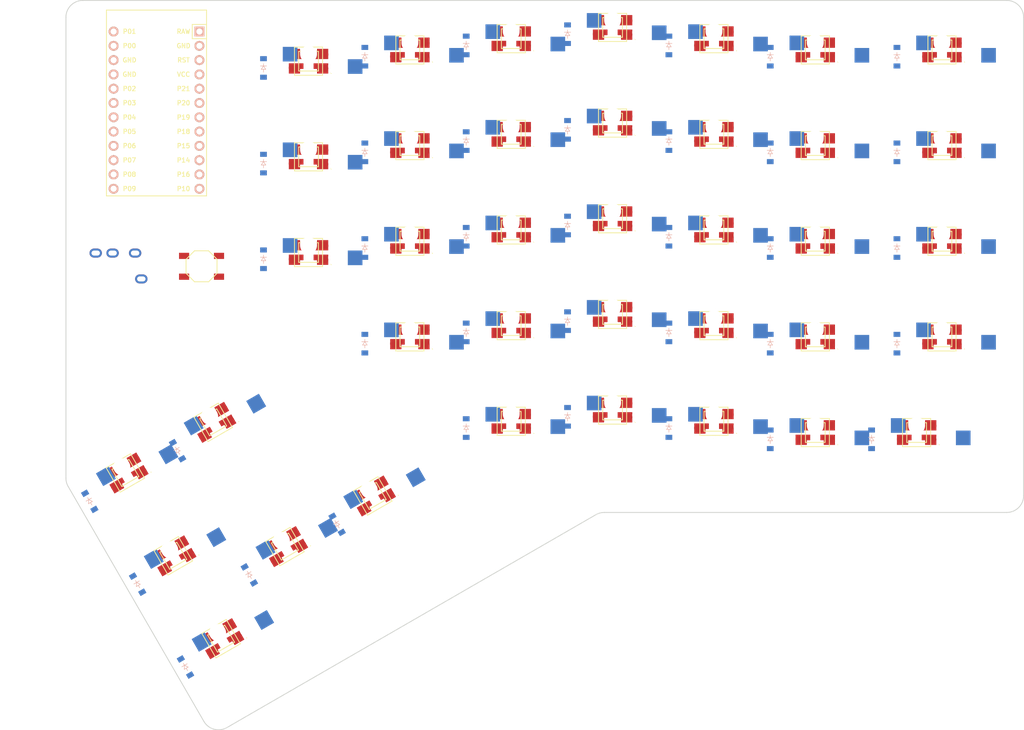
<source format=kicad_pcb>
(kicad_pcb (version 20171130) (host pcbnew 5.1.6)
  (title_block (title mrkeyboard_right) (rev v1.0.0) (company Unknown))
  (layers (0 F.Cu signal) (31 B.Cu signal) (34 B.Paste user) (35 F.Paste user) (36 B.SilkS user) (37 F.SilkS user) (38 B.Mask user) (39 F.Mask user) (44 Edge.Cuts user))
  (net 0 "")
  (net 1 "P20")
  (net 2 "far_arrows")
  (net 3 "far_bottom")
  (net 4 "far_home")
  (net 5 "far_top")
  (net 6 "far_number")
  (net 7 "P19")
  (net 8 "pinkie_arrows")
  (net 9 "pinkie_bottom")
  (net 10 "pinkie_home")
  (net 11 "pinkie_top")
  (net 12 "pinkie_number")
  (net 13 "P18")
  (net 14 "ring_arrows")
  (net 15 "ring_bottom")
  (net 16 "ring_home")
  (net 17 "ring_top")
  (net 18 "ring_number")
  (net 19 "P15")
  (net 20 "middle_arrows")
  (net 21 "middle_bottom")
  (net 22 "middle_home")
  (net 23 "middle_top")
  (net 24 "middle_number")
  (net 25 "P14")
  (net 26 "index_arrows")
  (net 27 "index_bottom")
  (net 28 "index_home")
  (net 29 "index_top")
  (net 30 "index_number")
  (net 31 "P16")
  (net 32 "indexplus_bottom")
  (net 33 "indexplus_home")
  (net 34 "indexplus_top")
  (net 35 "indexplus_number")
  (net 36 "P7")
  (net 37 "inside_home")
  (net 38 "inside_top")
  (net 39 "inside_number")
  (net 40 "inside_bottom")
  (net 41 "P10")
  (net 42 "center_bottom")
  (net 43 "center_middle")
  (net 44 "outside_bottom")
  (net 45 "outside_middle")
  (net 46 "outside_top")
  (net 47 "P6")
  (net 48 "P5")
  (net 49 "P4")
  (net 50 "P3")
  (net 51 "P2")
  (net 52 "P9")
  (net 53 "P8")
  (net 54 "P1")
  (net 55 "D1")
  (net 56 "VCC")
  (net 57 "GND")
  (net 58 "RAW")
  (net 59 "RST")
  (net 60 "P21")
  (net 61 "P0")
  (module PG1350 (layer F.Cu) (at 0 0 0)
    (fp_text reference "S1" hide)
    (fp_text value "" hide)
    (pad "" np_thru_hole circle (at 0 0) (size 3.429 3.429) (drill 3.429) (layers *.Cu *.Mask))
    (pad "" np_thru_hole circle (at 5.5 0) (size 1.7018 1.7018) (drill 1.7018) (layers *.Cu *.Mask))
    (pad "" np_thru_hole circle (at -5.5 0) (size 1.7018 1.7018) (drill 1.7018) (layers *.Cu *.Mask))
    (pad "" np_thru_hole circle (at 5 -3.75) (size 3 3) (drill 3) (layers *.Cu *.Mask))
    (pad "" np_thru_hole circle (at 0 -5.95) (size 3 3) (drill 3) (layers *.Cu *.Mask))
    (pad 1 smd rect (at -3.275 -5.95 0) (size 2.6 2.6) (layers B.Cu B.Paste B.Mask) (net 1 "P20"))
    (pad 2 smd rect (at 8.275 -3.75 0) (size 2.6 2.6) (layers B.Cu B.Paste B.Mask) (net 2 "far_arrows"))
  )
  (module PG1350 (layer F.Cu) (at 4.5 -17 0)
    (fp_text reference "S2" hide)
    (fp_text value "" hide)
    (pad "" np_thru_hole circle (at 0 0) (size 3.429 3.429) (drill 3.429) (layers *.Cu *.Mask))
    (pad "" np_thru_hole circle (at 5.5 0) (size 1.7018 1.7018) (drill 1.7018) (layers *.Cu *.Mask))
    (pad "" np_thru_hole circle (at -5.5 0) (size 1.7018 1.7018) (drill 1.7018) (layers *.Cu *.Mask))
    (pad "" np_thru_hole circle (at 5 -3.75) (size 3 3) (drill 3) (layers *.Cu *.Mask))
    (pad "" np_thru_hole circle (at 0 -5.95) (size 3 3) (drill 3) (layers *.Cu *.Mask))
    (pad 1 smd rect (at -3.275 -5.95 0) (size 2.6 2.6) (layers B.Cu B.Paste B.Mask) (net 1 "P20"))
    (pad 2 smd rect (at 8.275 -3.75 0) (size 2.6 2.6) (layers B.Cu B.Paste B.Mask) (net 3 "far_bottom"))
  )
  (module PG1350 (layer F.Cu) (at 4.5 -34 0)
    (fp_text reference "S3" hide)
    (fp_text value "" hide)
    (pad "" np_thru_hole circle (at 0 0) (size 3.429 3.429) (drill 3.429) (layers *.Cu *.Mask))
    (pad "" np_thru_hole circle (at 5.5 0) (size 1.7018 1.7018) (drill 1.7018) (layers *.Cu *.Mask))
    (pad "" np_thru_hole circle (at -5.5 0) (size 1.7018 1.7018) (drill 1.7018) (layers *.Cu *.Mask))
    (pad "" np_thru_hole circle (at 5 -3.75) (size 3 3) (drill 3) (layers *.Cu *.Mask))
    (pad "" np_thru_hole circle (at 0 -5.95) (size 3 3) (drill 3) (layers *.Cu *.Mask))
    (pad 1 smd rect (at -3.275 -5.95 0) (size 2.6 2.6) (layers B.Cu B.Paste B.Mask) (net 1 "P20"))
    (pad 2 smd rect (at 8.275 -3.75 0) (size 2.6 2.6) (layers B.Cu B.Paste B.Mask) (net 4 "far_home"))
  )
  (module PG1350 (layer F.Cu) (at 4.5 -51 0)
    (fp_text reference "S4" hide)
    (fp_text value "" hide)
    (pad "" np_thru_hole circle (at 0 0) (size 3.429 3.429) (drill 3.429) (layers *.Cu *.Mask))
    (pad "" np_thru_hole circle (at 5.5 0) (size 1.7018 1.7018) (drill 1.7018) (layers *.Cu *.Mask))
    (pad "" np_thru_hole circle (at -5.5 0) (size 1.7018 1.7018) (drill 1.7018) (layers *.Cu *.Mask))
    (pad "" np_thru_hole circle (at 5 -3.75) (size 3 3) (drill 3) (layers *.Cu *.Mask))
    (pad "" np_thru_hole circle (at 0 -5.95) (size 3 3) (drill 3) (layers *.Cu *.Mask))
    (pad 1 smd rect (at -3.275 -5.95 0) (size 2.6 2.6) (layers B.Cu B.Paste B.Mask) (net 1 "P20"))
    (pad 2 smd rect (at 8.275 -3.75 0) (size 2.6 2.6) (layers B.Cu B.Paste B.Mask) (net 5 "far_top"))
  )
  (module PG1350 (layer F.Cu) (at 4.5 -68 0)
    (fp_text reference "S5" hide)
    (fp_text value "" hide)
    (pad "" np_thru_hole circle (at 0 0) (size 3.429 3.429) (drill 3.429) (layers *.Cu *.Mask))
    (pad "" np_thru_hole circle (at 5.5 0) (size 1.7018 1.7018) (drill 1.7018) (layers *.Cu *.Mask))
    (pad "" np_thru_hole circle (at -5.5 0) (size 1.7018 1.7018) (drill 1.7018) (layers *.Cu *.Mask))
    (pad "" np_thru_hole circle (at 5 -3.75) (size 3 3) (drill 3) (layers *.Cu *.Mask))
    (pad "" np_thru_hole circle (at 0 -5.95) (size 3 3) (drill 3) (layers *.Cu *.Mask))
    (pad 1 smd rect (at -3.275 -5.95 0) (size 2.6 2.6) (layers B.Cu B.Paste B.Mask) (net 1 "P20"))
    (pad 2 smd rect (at 8.275 -3.75 0) (size 2.6 2.6) (layers B.Cu B.Paste B.Mask) (net 6 "far_number"))
  )
  (module PG1350 (layer F.Cu) (at -18 0 0)
    (fp_text reference "S6" hide)
    (fp_text value "" hide)
    (pad "" np_thru_hole circle (at 0 0) (size 3.429 3.429) (drill 3.429) (layers *.Cu *.Mask))
    (pad "" np_thru_hole circle (at 5.5 0) (size 1.7018 1.7018) (drill 1.7018) (layers *.Cu *.Mask))
    (pad "" np_thru_hole circle (at -5.5 0) (size 1.7018 1.7018) (drill 1.7018) (layers *.Cu *.Mask))
    (pad "" np_thru_hole circle (at 5 -3.75) (size 3 3) (drill 3) (layers *.Cu *.Mask))
    (pad "" np_thru_hole circle (at 0 -5.95) (size 3 3) (drill 3) (layers *.Cu *.Mask))
    (pad 1 smd rect (at -3.275 -5.95 0) (size 2.6 2.6) (layers B.Cu B.Paste B.Mask) (net 7 "P19"))
    (pad 2 smd rect (at 8.275 -3.75 0) (size 2.6 2.6) (layers B.Cu B.Paste B.Mask) (net 8 "pinkie_arrows"))
  )
  (module PG1350 (layer F.Cu) (at -18 -17 0)
    (fp_text reference "S7" hide)
    (fp_text value "" hide)
    (pad "" np_thru_hole circle (at 0 0) (size 3.429 3.429) (drill 3.429) (layers *.Cu *.Mask))
    (pad "" np_thru_hole circle (at 5.5 0) (size 1.7018 1.7018) (drill 1.7018) (layers *.Cu *.Mask))
    (pad "" np_thru_hole circle (at -5.5 0) (size 1.7018 1.7018) (drill 1.7018) (layers *.Cu *.Mask))
    (pad "" np_thru_hole circle (at 5 -3.75) (size 3 3) (drill 3) (layers *.Cu *.Mask))
    (pad "" np_thru_hole circle (at 0 -5.95) (size 3 3) (drill 3) (layers *.Cu *.Mask))
    (pad 1 smd rect (at -3.275 -5.95 0) (size 2.6 2.6) (layers B.Cu B.Paste B.Mask) (net 7 "P19"))
    (pad 2 smd rect (at 8.275 -3.75 0) (size 2.6 2.6) (layers B.Cu B.Paste B.Mask) (net 9 "pinkie_bottom"))
  )
  (module PG1350 (layer F.Cu) (at -18 -34 0)
    (fp_text reference "S8" hide)
    (fp_text value "" hide)
    (pad "" np_thru_hole circle (at 0 0) (size 3.429 3.429) (drill 3.429) (layers *.Cu *.Mask))
    (pad "" np_thru_hole circle (at 5.5 0) (size 1.7018 1.7018) (drill 1.7018) (layers *.Cu *.Mask))
    (pad "" np_thru_hole circle (at -5.5 0) (size 1.7018 1.7018) (drill 1.7018) (layers *.Cu *.Mask))
    (pad "" np_thru_hole circle (at 5 -3.75) (size 3 3) (drill 3) (layers *.Cu *.Mask))
    (pad "" np_thru_hole circle (at 0 -5.95) (size 3 3) (drill 3) (layers *.Cu *.Mask))
    (pad 1 smd rect (at -3.275 -5.95 0) (size 2.6 2.6) (layers B.Cu B.Paste B.Mask) (net 7 "P19"))
    (pad 2 smd rect (at 8.275 -3.75 0) (size 2.6 2.6) (layers B.Cu B.Paste B.Mask) (net 10 "pinkie_home"))
  )
  (module PG1350 (layer F.Cu) (at -18 -51 0)
    (fp_text reference "S9" hide)
    (fp_text value "" hide)
    (pad "" np_thru_hole circle (at 0 0) (size 3.429 3.429) (drill 3.429) (layers *.Cu *.Mask))
    (pad "" np_thru_hole circle (at 5.5 0) (size 1.7018 1.7018) (drill 1.7018) (layers *.Cu *.Mask))
    (pad "" np_thru_hole circle (at -5.5 0) (size 1.7018 1.7018) (drill 1.7018) (layers *.Cu *.Mask))
    (pad "" np_thru_hole circle (at 5 -3.75) (size 3 3) (drill 3) (layers *.Cu *.Mask))
    (pad "" np_thru_hole circle (at 0 -5.95) (size 3 3) (drill 3) (layers *.Cu *.Mask))
    (pad 1 smd rect (at -3.275 -5.95 0) (size 2.6 2.6) (layers B.Cu B.Paste B.Mask) (net 7 "P19"))
    (pad 2 smd rect (at 8.275 -3.75 0) (size 2.6 2.6) (layers B.Cu B.Paste B.Mask) (net 11 "pinkie_top"))
  )
  (module PG1350 (layer F.Cu) (at -18 -68 0)
    (fp_text reference "S10" hide)
    (fp_text value "" hide)
    (pad "" np_thru_hole circle (at 0 0) (size 3.429 3.429) (drill 3.429) (layers *.Cu *.Mask))
    (pad "" np_thru_hole circle (at 5.5 0) (size 1.7018 1.7018) (drill 1.7018) (layers *.Cu *.Mask))
    (pad "" np_thru_hole circle (at -5.5 0) (size 1.7018 1.7018) (drill 1.7018) (layers *.Cu *.Mask))
    (pad "" np_thru_hole circle (at 5 -3.75) (size 3 3) (drill 3) (layers *.Cu *.Mask))
    (pad "" np_thru_hole circle (at 0 -5.95) (size 3 3) (drill 3) (layers *.Cu *.Mask))
    (pad 1 smd rect (at -3.275 -5.95 0) (size 2.6 2.6) (layers B.Cu B.Paste B.Mask) (net 7 "P19"))
    (pad 2 smd rect (at 8.275 -3.75 0) (size 2.6 2.6) (layers B.Cu B.Paste B.Mask) (net 12 "pinkie_number"))
  )
  (module PG1350 (layer F.Cu) (at -36 -2 0)
    (fp_text reference "S11" hide)
    (fp_text value "" hide)
    (pad "" np_thru_hole circle (at 0 0) (size 3.429 3.429) (drill 3.429) (layers *.Cu *.Mask))
    (pad "" np_thru_hole circle (at 5.5 0) (size 1.7018 1.7018) (drill 1.7018) (layers *.Cu *.Mask))
    (pad "" np_thru_hole circle (at -5.5 0) (size 1.7018 1.7018) (drill 1.7018) (layers *.Cu *.Mask))
    (pad "" np_thru_hole circle (at 5 -3.75) (size 3 3) (drill 3) (layers *.Cu *.Mask))
    (pad "" np_thru_hole circle (at 0 -5.95) (size 3 3) (drill 3) (layers *.Cu *.Mask))
    (pad 1 smd rect (at -3.275 -5.95 0) (size 2.6 2.6) (layers B.Cu B.Paste B.Mask) (net 13 "P18"))
    (pad 2 smd rect (at 8.275 -3.75 0) (size 2.6 2.6) (layers B.Cu B.Paste B.Mask) (net 14 "ring_arrows"))
  )
  (module PG1350 (layer F.Cu) (at -36 -19 0)
    (fp_text reference "S12" hide)
    (fp_text value "" hide)
    (pad "" np_thru_hole circle (at 0 0) (size 3.429 3.429) (drill 3.429) (layers *.Cu *.Mask))
    (pad "" np_thru_hole circle (at 5.5 0) (size 1.7018 1.7018) (drill 1.7018) (layers *.Cu *.Mask))
    (pad "" np_thru_hole circle (at -5.5 0) (size 1.7018 1.7018) (drill 1.7018) (layers *.Cu *.Mask))
    (pad "" np_thru_hole circle (at 5 -3.75) (size 3 3) (drill 3) (layers *.Cu *.Mask))
    (pad "" np_thru_hole circle (at 0 -5.95) (size 3 3) (drill 3) (layers *.Cu *.Mask))
    (pad 1 smd rect (at -3.275 -5.95 0) (size 2.6 2.6) (layers B.Cu B.Paste B.Mask) (net 13 "P18"))
    (pad 2 smd rect (at 8.275 -3.75 0) (size 2.6 2.6) (layers B.Cu B.Paste B.Mask) (net 15 "ring_bottom"))
  )
  (module PG1350 (layer F.Cu) (at -36 -36 0)
    (fp_text reference "S13" hide)
    (fp_text value "" hide)
    (pad "" np_thru_hole circle (at 0 0) (size 3.429 3.429) (drill 3.429) (layers *.Cu *.Mask))
    (pad "" np_thru_hole circle (at 5.5 0) (size 1.7018 1.7018) (drill 1.7018) (layers *.Cu *.Mask))
    (pad "" np_thru_hole circle (at -5.5 0) (size 1.7018 1.7018) (drill 1.7018) (layers *.Cu *.Mask))
    (pad "" np_thru_hole circle (at 5 -3.75) (size 3 3) (drill 3) (layers *.Cu *.Mask))
    (pad "" np_thru_hole circle (at 0 -5.95) (size 3 3) (drill 3) (layers *.Cu *.Mask))
    (pad 1 smd rect (at -3.275 -5.95 0) (size 2.6 2.6) (layers B.Cu B.Paste B.Mask) (net 13 "P18"))
    (pad 2 smd rect (at 8.275 -3.75 0) (size 2.6 2.6) (layers B.Cu B.Paste B.Mask) (net 16 "ring_home"))
  )
  (module PG1350 (layer F.Cu) (at -36 -53 0)
    (fp_text reference "S14" hide)
    (fp_text value "" hide)
    (pad "" np_thru_hole circle (at 0 0) (size 3.429 3.429) (drill 3.429) (layers *.Cu *.Mask))
    (pad "" np_thru_hole circle (at 5.5 0) (size 1.7018 1.7018) (drill 1.7018) (layers *.Cu *.Mask))
    (pad "" np_thru_hole circle (at -5.5 0) (size 1.7018 1.7018) (drill 1.7018) (layers *.Cu *.Mask))
    (pad "" np_thru_hole circle (at 5 -3.75) (size 3 3) (drill 3) (layers *.Cu *.Mask))
    (pad "" np_thru_hole circle (at 0 -5.95) (size 3 3) (drill 3) (layers *.Cu *.Mask))
    (pad 1 smd rect (at -3.275 -5.95 0) (size 2.6 2.6) (layers B.Cu B.Paste B.Mask) (net 13 "P18"))
    (pad 2 smd rect (at 8.275 -3.75 0) (size 2.6 2.6) (layers B.Cu B.Paste B.Mask) (net 17 "ring_top"))
  )
  (module PG1350 (layer F.Cu) (at -36 -70 0)
    (fp_text reference "S15" hide)
    (fp_text value "" hide)
    (pad "" np_thru_hole circle (at 0 0) (size 3.429 3.429) (drill 3.429) (layers *.Cu *.Mask))
    (pad "" np_thru_hole circle (at 5.5 0) (size 1.7018 1.7018) (drill 1.7018) (layers *.Cu *.Mask))
    (pad "" np_thru_hole circle (at -5.5 0) (size 1.7018 1.7018) (drill 1.7018) (layers *.Cu *.Mask))
    (pad "" np_thru_hole circle (at 5 -3.75) (size 3 3) (drill 3) (layers *.Cu *.Mask))
    (pad "" np_thru_hole circle (at 0 -5.95) (size 3 3) (drill 3) (layers *.Cu *.Mask))
    (pad 1 smd rect (at -3.275 -5.95 0) (size 2.6 2.6) (layers B.Cu B.Paste B.Mask) (net 13 "P18"))
    (pad 2 smd rect (at 8.275 -3.75 0) (size 2.6 2.6) (layers B.Cu B.Paste B.Mask) (net 18 "ring_number"))
  )
  (module PG1350 (layer F.Cu) (at -54 -4 0)
    (fp_text reference "S16" hide)
    (fp_text value "" hide)
    (pad "" np_thru_hole circle (at 0 0) (size 3.429 3.429) (drill 3.429) (layers *.Cu *.Mask))
    (pad "" np_thru_hole circle (at 5.5 0) (size 1.7018 1.7018) (drill 1.7018) (layers *.Cu *.Mask))
    (pad "" np_thru_hole circle (at -5.5 0) (size 1.7018 1.7018) (drill 1.7018) (layers *.Cu *.Mask))
    (pad "" np_thru_hole circle (at 5 -3.75) (size 3 3) (drill 3) (layers *.Cu *.Mask))
    (pad "" np_thru_hole circle (at 0 -5.95) (size 3 3) (drill 3) (layers *.Cu *.Mask))
    (pad 1 smd rect (at -3.275 -5.95 0) (size 2.6 2.6) (layers B.Cu B.Paste B.Mask) (net 19 "P15"))
    (pad 2 smd rect (at 8.275 -3.75 0) (size 2.6 2.6) (layers B.Cu B.Paste B.Mask) (net 20 "middle_arrows"))
  )
  (module PG1350 (layer F.Cu) (at -54 -21 0)
    (fp_text reference "S17" hide)
    (fp_text value "" hide)
    (pad "" np_thru_hole circle (at 0 0) (size 3.429 3.429) (drill 3.429) (layers *.Cu *.Mask))
    (pad "" np_thru_hole circle (at 5.5 0) (size 1.7018 1.7018) (drill 1.7018) (layers *.Cu *.Mask))
    (pad "" np_thru_hole circle (at -5.5 0) (size 1.7018 1.7018) (drill 1.7018) (layers *.Cu *.Mask))
    (pad "" np_thru_hole circle (at 5 -3.75) (size 3 3) (drill 3) (layers *.Cu *.Mask))
    (pad "" np_thru_hole circle (at 0 -5.95) (size 3 3) (drill 3) (layers *.Cu *.Mask))
    (pad 1 smd rect (at -3.275 -5.95 0) (size 2.6 2.6) (layers B.Cu B.Paste B.Mask) (net 19 "P15"))
    (pad 2 smd rect (at 8.275 -3.75 0) (size 2.6 2.6) (layers B.Cu B.Paste B.Mask) (net 21 "middle_bottom"))
  )
  (module PG1350 (layer F.Cu) (at -54 -38 0)
    (fp_text reference "S18" hide)
    (fp_text value "" hide)
    (pad "" np_thru_hole circle (at 0 0) (size 3.429 3.429) (drill 3.429) (layers *.Cu *.Mask))
    (pad "" np_thru_hole circle (at 5.5 0) (size 1.7018 1.7018) (drill 1.7018) (layers *.Cu *.Mask))
    (pad "" np_thru_hole circle (at -5.5 0) (size 1.7018 1.7018) (drill 1.7018) (layers *.Cu *.Mask))
    (pad "" np_thru_hole circle (at 5 -3.75) (size 3 3) (drill 3) (layers *.Cu *.Mask))
    (pad "" np_thru_hole circle (at 0 -5.95) (size 3 3) (drill 3) (layers *.Cu *.Mask))
    (pad 1 smd rect (at -3.275 -5.95 0) (size 2.6 2.6) (layers B.Cu B.Paste B.Mask) (net 19 "P15"))
    (pad 2 smd rect (at 8.275 -3.75 0) (size 2.6 2.6) (layers B.Cu B.Paste B.Mask) (net 22 "middle_home"))
  )
  (module PG1350 (layer F.Cu) (at -54 -55 0)
    (fp_text reference "S19" hide)
    (fp_text value "" hide)
    (pad "" np_thru_hole circle (at 0 0) (size 3.429 3.429) (drill 3.429) (layers *.Cu *.Mask))
    (pad "" np_thru_hole circle (at 5.5 0) (size 1.7018 1.7018) (drill 1.7018) (layers *.Cu *.Mask))
    (pad "" np_thru_hole circle (at -5.5 0) (size 1.7018 1.7018) (drill 1.7018) (layers *.Cu *.Mask))
    (pad "" np_thru_hole circle (at 5 -3.75) (size 3 3) (drill 3) (layers *.Cu *.Mask))
    (pad "" np_thru_hole circle (at 0 -5.95) (size 3 3) (drill 3) (layers *.Cu *.Mask))
    (pad 1 smd rect (at -3.275 -5.95 0) (size 2.6 2.6) (layers B.Cu B.Paste B.Mask) (net 19 "P15"))
    (pad 2 smd rect (at 8.275 -3.75 0) (size 2.6 2.6) (layers B.Cu B.Paste B.Mask) (net 23 "middle_top"))
  )
  (module PG1350 (layer F.Cu) (at -54 -72 0)
    (fp_text reference "S20" hide)
    (fp_text value "" hide)
    (pad "" np_thru_hole circle (at 0 0) (size 3.429 3.429) (drill 3.429) (layers *.Cu *.Mask))
    (pad "" np_thru_hole circle (at 5.5 0) (size 1.7018 1.7018) (drill 1.7018) (layers *.Cu *.Mask))
    (pad "" np_thru_hole circle (at -5.5 0) (size 1.7018 1.7018) (drill 1.7018) (layers *.Cu *.Mask))
    (pad "" np_thru_hole circle (at 5 -3.75) (size 3 3) (drill 3) (layers *.Cu *.Mask))
    (pad "" np_thru_hole circle (at 0 -5.95) (size 3 3) (drill 3) (layers *.Cu *.Mask))
    (pad 1 smd rect (at -3.275 -5.95 0) (size 2.6 2.6) (layers B.Cu B.Paste B.Mask) (net 19 "P15"))
    (pad 2 smd rect (at 8.275 -3.75 0) (size 2.6 2.6) (layers B.Cu B.Paste B.Mask) (net 24 "middle_number"))
  )
  (module PG1350 (layer F.Cu) (at -72 -2 0)
    (fp_text reference "S21" hide)
    (fp_text value "" hide)
    (pad "" np_thru_hole circle (at 0 0) (size 3.429 3.429) (drill 3.429) (layers *.Cu *.Mask))
    (pad "" np_thru_hole circle (at 5.5 0) (size 1.7018 1.7018) (drill 1.7018) (layers *.Cu *.Mask))
    (pad "" np_thru_hole circle (at -5.5 0) (size 1.7018 1.7018) (drill 1.7018) (layers *.Cu *.Mask))
    (pad "" np_thru_hole circle (at 5 -3.75) (size 3 3) (drill 3) (layers *.Cu *.Mask))
    (pad "" np_thru_hole circle (at 0 -5.95) (size 3 3) (drill 3) (layers *.Cu *.Mask))
    (pad 1 smd rect (at -3.275 -5.95 0) (size 2.6 2.6) (layers B.Cu B.Paste B.Mask) (net 25 "P14"))
    (pad 2 smd rect (at 8.275 -3.75 0) (size 2.6 2.6) (layers B.Cu B.Paste B.Mask) (net 26 "index_arrows"))
  )
  (module PG1350 (layer F.Cu) (at -72 -19 0)
    (fp_text reference "S22" hide)
    (fp_text value "" hide)
    (pad "" np_thru_hole circle (at 0 0) (size 3.429 3.429) (drill 3.429) (layers *.Cu *.Mask))
    (pad "" np_thru_hole circle (at 5.5 0) (size 1.7018 1.7018) (drill 1.7018) (layers *.Cu *.Mask))
    (pad "" np_thru_hole circle (at -5.5 0) (size 1.7018 1.7018) (drill 1.7018) (layers *.Cu *.Mask))
    (pad "" np_thru_hole circle (at 5 -3.75) (size 3 3) (drill 3) (layers *.Cu *.Mask))
    (pad "" np_thru_hole circle (at 0 -5.95) (size 3 3) (drill 3) (layers *.Cu *.Mask))
    (pad 1 smd rect (at -3.275 -5.95 0) (size 2.6 2.6) (layers B.Cu B.Paste B.Mask) (net 25 "P14"))
    (pad 2 smd rect (at 8.275 -3.75 0) (size 2.6 2.6) (layers B.Cu B.Paste B.Mask) (net 27 "index_bottom"))
  )
  (module PG1350 (layer F.Cu) (at -72 -36 0)
    (fp_text reference "S23" hide)
    (fp_text value "" hide)
    (pad "" np_thru_hole circle (at 0 0) (size 3.429 3.429) (drill 3.429) (layers *.Cu *.Mask))
    (pad "" np_thru_hole circle (at 5.5 0) (size 1.7018 1.7018) (drill 1.7018) (layers *.Cu *.Mask))
    (pad "" np_thru_hole circle (at -5.5 0) (size 1.7018 1.7018) (drill 1.7018) (layers *.Cu *.Mask))
    (pad "" np_thru_hole circle (at 5 -3.75) (size 3 3) (drill 3) (layers *.Cu *.Mask))
    (pad "" np_thru_hole circle (at 0 -5.95) (size 3 3) (drill 3) (layers *.Cu *.Mask))
    (pad 1 smd rect (at -3.275 -5.95 0) (size 2.6 2.6) (layers B.Cu B.Paste B.Mask) (net 25 "P14"))
    (pad 2 smd rect (at 8.275 -3.75 0) (size 2.6 2.6) (layers B.Cu B.Paste B.Mask) (net 28 "index_home"))
  )
  (module PG1350 (layer F.Cu) (at -72 -53 0)
    (fp_text reference "S24" hide)
    (fp_text value "" hide)
    (pad "" np_thru_hole circle (at 0 0) (size 3.429 3.429) (drill 3.429) (layers *.Cu *.Mask))
    (pad "" np_thru_hole circle (at 5.5 0) (size 1.7018 1.7018) (drill 1.7018) (layers *.Cu *.Mask))
    (pad "" np_thru_hole circle (at -5.5 0) (size 1.7018 1.7018) (drill 1.7018) (layers *.Cu *.Mask))
    (pad "" np_thru_hole circle (at 5 -3.75) (size 3 3) (drill 3) (layers *.Cu *.Mask))
    (pad "" np_thru_hole circle (at 0 -5.95) (size 3 3) (drill 3) (layers *.Cu *.Mask))
    (pad 1 smd rect (at -3.275 -5.95 0) (size 2.6 2.6) (layers B.Cu B.Paste B.Mask) (net 25 "P14"))
    (pad 2 smd rect (at 8.275 -3.75 0) (size 2.6 2.6) (layers B.Cu B.Paste B.Mask) (net 29 "index_top"))
  )
  (module PG1350 (layer F.Cu) (at -72 -70 0)
    (fp_text reference "S25" hide)
    (fp_text value "" hide)
    (pad "" np_thru_hole circle (at 0 0) (size 3.429 3.429) (drill 3.429) (layers *.Cu *.Mask))
    (pad "" np_thru_hole circle (at 5.5 0) (size 1.7018 1.7018) (drill 1.7018) (layers *.Cu *.Mask))
    (pad "" np_thru_hole circle (at -5.5 0) (size 1.7018 1.7018) (drill 1.7018) (layers *.Cu *.Mask))
    (pad "" np_thru_hole circle (at 5 -3.75) (size 3 3) (drill 3) (layers *.Cu *.Mask))
    (pad "" np_thru_hole circle (at 0 -5.95) (size 3 3) (drill 3) (layers *.Cu *.Mask))
    (pad 1 smd rect (at -3.275 -5.95 0) (size 2.6 2.6) (layers B.Cu B.Paste B.Mask) (net 25 "P14"))
    (pad 2 smd rect (at 8.275 -3.75 0) (size 2.6 2.6) (layers B.Cu B.Paste B.Mask) (net 30 "index_number"))
  )
  (module PG1350 (layer F.Cu) (at -90 -17 0)
    (fp_text reference "S26" hide)
    (fp_text value "" hide)
    (pad "" np_thru_hole circle (at 0 0) (size 3.429 3.429) (drill 3.429) (layers *.Cu *.Mask))
    (pad "" np_thru_hole circle (at 5.5 0) (size 1.7018 1.7018) (drill 1.7018) (layers *.Cu *.Mask))
    (pad "" np_thru_hole circle (at -5.5 0) (size 1.7018 1.7018) (drill 1.7018) (layers *.Cu *.Mask))
    (pad "" np_thru_hole circle (at 5 -3.75) (size 3 3) (drill 3) (layers *.Cu *.Mask))
    (pad "" np_thru_hole circle (at 0 -5.95) (size 3 3) (drill 3) (layers *.Cu *.Mask))
    (pad 1 smd rect (at -3.275 -5.95 0) (size 2.6 2.6) (layers B.Cu B.Paste B.Mask) (net 31 "P16"))
    (pad 2 smd rect (at 8.275 -3.75 0) (size 2.6 2.6) (layers B.Cu B.Paste B.Mask) (net 32 "indexplus_bottom"))
  )
  (module PG1350 (layer F.Cu) (at -90 -34 0)
    (fp_text reference "S27" hide)
    (fp_text value "" hide)
    (pad "" np_thru_hole circle (at 0 0) (size 3.429 3.429) (drill 3.429) (layers *.Cu *.Mask))
    (pad "" np_thru_hole circle (at 5.5 0) (size 1.7018 1.7018) (drill 1.7018) (layers *.Cu *.Mask))
    (pad "" np_thru_hole circle (at -5.5 0) (size 1.7018 1.7018) (drill 1.7018) (layers *.Cu *.Mask))
    (pad "" np_thru_hole circle (at 5 -3.75) (size 3 3) (drill 3) (layers *.Cu *.Mask))
    (pad "" np_thru_hole circle (at 0 -5.95) (size 3 3) (drill 3) (layers *.Cu *.Mask))
    (pad 1 smd rect (at -3.275 -5.95 0) (size 2.6 2.6) (layers B.Cu B.Paste B.Mask) (net 31 "P16"))
    (pad 2 smd rect (at 8.275 -3.75 0) (size 2.6 2.6) (layers B.Cu B.Paste B.Mask) (net 33 "indexplus_home"))
  )
  (module PG1350 (layer F.Cu) (at -90 -51 0)
    (fp_text reference "S28" hide)
    (fp_text value "" hide)
    (pad "" np_thru_hole circle (at 0 0) (size 3.429 3.429) (drill 3.429) (layers *.Cu *.Mask))
    (pad "" np_thru_hole circle (at 5.5 0) (size 1.7018 1.7018) (drill 1.7018) (layers *.Cu *.Mask))
    (pad "" np_thru_hole circle (at -5.5 0) (size 1.7018 1.7018) (drill 1.7018) (layers *.Cu *.Mask))
    (pad "" np_thru_hole circle (at 5 -3.75) (size 3 3) (drill 3) (layers *.Cu *.Mask))
    (pad "" np_thru_hole circle (at 0 -5.95) (size 3 3) (drill 3) (layers *.Cu *.Mask))
    (pad 1 smd rect (at -3.275 -5.95 0) (size 2.6 2.6) (layers B.Cu B.Paste B.Mask) (net 31 "P16"))
    (pad 2 smd rect (at 8.275 -3.75 0) (size 2.6 2.6) (layers B.Cu B.Paste B.Mask) (net 34 "indexplus_top"))
  )
  (module PG1350 (layer F.Cu) (at -90 -68 0)
    (fp_text reference "S29" hide)
    (fp_text value "" hide)
    (pad "" np_thru_hole circle (at 0 0) (size 3.429 3.429) (drill 3.429) (layers *.Cu *.Mask))
    (pad "" np_thru_hole circle (at 5.5 0) (size 1.7018 1.7018) (drill 1.7018) (layers *.Cu *.Mask))
    (pad "" np_thru_hole circle (at -5.5 0) (size 1.7018 1.7018) (drill 1.7018) (layers *.Cu *.Mask))
    (pad "" np_thru_hole circle (at 5 -3.75) (size 3 3) (drill 3) (layers *.Cu *.Mask))
    (pad "" np_thru_hole circle (at 0 -5.95) (size 3 3) (drill 3) (layers *.Cu *.Mask))
    (pad 1 smd rect (at -3.275 -5.95 0) (size 2.6 2.6) (layers B.Cu B.Paste B.Mask) (net 31 "P16"))
    (pad 2 smd rect (at 8.275 -3.75 0) (size 2.6 2.6) (layers B.Cu B.Paste B.Mask) (net 35 "indexplus_number"))
  )
  (module PG1350 (layer F.Cu) (at -108 -32 0)
    (fp_text reference "S30" hide)
    (fp_text value "" hide)
    (pad "" np_thru_hole circle (at 0 0) (size 3.429 3.429) (drill 3.429) (layers *.Cu *.Mask))
    (pad "" np_thru_hole circle (at 5.5 0) (size 1.7018 1.7018) (drill 1.7018) (layers *.Cu *.Mask))
    (pad "" np_thru_hole circle (at -5.5 0) (size 1.7018 1.7018) (drill 1.7018) (layers *.Cu *.Mask))
    (pad "" np_thru_hole circle (at 5 -3.75) (size 3 3) (drill 3) (layers *.Cu *.Mask))
    (pad "" np_thru_hole circle (at 0 -5.95) (size 3 3) (drill 3) (layers *.Cu *.Mask))
    (pad 1 smd rect (at -3.275 -5.95 0) (size 2.6 2.6) (layers B.Cu B.Paste B.Mask) (net 36 "P7"))
    (pad 2 smd rect (at 8.275 -3.75 0) (size 2.6 2.6) (layers B.Cu B.Paste B.Mask) (net 37 "inside_home"))
  )
  (module PG1350 (layer F.Cu) (at -108 -49 0)
    (fp_text reference "S31" hide)
    (fp_text value "" hide)
    (pad "" np_thru_hole circle (at 0 0) (size 3.429 3.429) (drill 3.429) (layers *.Cu *.Mask))
    (pad "" np_thru_hole circle (at 5.5 0) (size 1.7018 1.7018) (drill 1.7018) (layers *.Cu *.Mask))
    (pad "" np_thru_hole circle (at -5.5 0) (size 1.7018 1.7018) (drill 1.7018) (layers *.Cu *.Mask))
    (pad "" np_thru_hole circle (at 5 -3.75) (size 3 3) (drill 3) (layers *.Cu *.Mask))
    (pad "" np_thru_hole circle (at 0 -5.95) (size 3 3) (drill 3) (layers *.Cu *.Mask))
    (pad 1 smd rect (at -3.275 -5.95 0) (size 2.6 2.6) (layers B.Cu B.Paste B.Mask) (net 36 "P7"))
    (pad 2 smd rect (at 8.275 -3.75 0) (size 2.6 2.6) (layers B.Cu B.Paste B.Mask) (net 38 "inside_top"))
  )
  (module PG1350 (layer F.Cu) (at -108 -66 0)
    (fp_text reference "S32" hide)
    (fp_text value "" hide)
    (pad "" np_thru_hole circle (at 0 0) (size 3.429 3.429) (drill 3.429) (layers *.Cu *.Mask))
    (pad "" np_thru_hole circle (at 5.5 0) (size 1.7018 1.7018) (drill 1.7018) (layers *.Cu *.Mask))
    (pad "" np_thru_hole circle (at -5.5 0) (size 1.7018 1.7018) (drill 1.7018) (layers *.Cu *.Mask))
    (pad "" np_thru_hole circle (at 5 -3.75) (size 3 3) (drill 3) (layers *.Cu *.Mask))
    (pad "" np_thru_hole circle (at 0 -5.95) (size 3 3) (drill 3) (layers *.Cu *.Mask))
    (pad 1 smd rect (at -3.275 -5.95 0) (size 2.6 2.6) (layers B.Cu B.Paste B.Mask) (net 36 "P7"))
    (pad 2 smd rect (at 8.275 -3.75 0) (size 2.6 2.6) (layers B.Cu B.Paste B.Mask) (net 39 "inside_number"))
  )
  (module PG1350 (layer F.Cu) (at -94.25 10.638784099999999 30)
    (fp_text reference "S33" hide)
    (fp_text value "" hide)
    (pad "" np_thru_hole circle (at 0 0) (size 3.429 3.429) (drill 3.429) (layers *.Cu *.Mask))
    (pad "" np_thru_hole circle (at 5.5 0) (size 1.7018 1.7018) (drill 1.7018) (layers *.Cu *.Mask))
    (pad "" np_thru_hole circle (at -5.5 0) (size 1.7018 1.7018) (drill 1.7018) (layers *.Cu *.Mask))
    (pad "" np_thru_hole circle (at 5 -3.75) (size 3 3) (drill 3) (layers *.Cu *.Mask))
    (pad "" np_thru_hole circle (at 0 -5.95) (size 3 3) (drill 3) (layers *.Cu *.Mask))
    (pad 1 smd rect (at -3.275 -5.95 30) (size 2.6 2.6) (layers B.Cu B.Paste B.Mask) (net 31 "P16"))
    (pad 2 smd rect (at 8.275 -3.75 30) (size 2.6 2.6) (layers B.Cu B.Paste B.Mask) (net 40 "inside_bottom"))
  )
  (module PG1350 (layer F.Cu) (at -109.8384572 19.638784100000002 30)
    (fp_text reference "S34" hide)
    (fp_text value "" hide)
    (pad "" np_thru_hole circle (at 0 0) (size 3.429 3.429) (drill 3.429) (layers *.Cu *.Mask))
    (pad "" np_thru_hole circle (at 5.5 0) (size 1.7018 1.7018) (drill 1.7018) (layers *.Cu *.Mask))
    (pad "" np_thru_hole circle (at -5.5 0) (size 1.7018 1.7018) (drill 1.7018) (layers *.Cu *.Mask))
    (pad "" np_thru_hole circle (at 5 -3.75) (size 3 3) (drill 3) (layers *.Cu *.Mask))
    (pad "" np_thru_hole circle (at 0 -5.95) (size 3 3) (drill 3) (layers *.Cu *.Mask))
    (pad 1 smd rect (at -3.275 -5.95 30) (size 2.6 2.6) (layers B.Cu B.Paste B.Mask) (net 41 "P10"))
    (pad 2 smd rect (at 8.275 -3.75 30) (size 2.6 2.6) (layers B.Cu B.Paste B.Mask) (net 42 "center_bottom"))
  )
  (module PG1350 (layer F.Cu) (at -122.5884572 -2.444863699999998 30)
    (fp_text reference "S35" hide)
    (fp_text value "" hide)
    (pad "" np_thru_hole circle (at 0 0) (size 3.429 3.429) (drill 3.429) (layers *.Cu *.Mask))
    (pad "" np_thru_hole circle (at 5.5 0) (size 1.7018 1.7018) (drill 1.7018) (layers *.Cu *.Mask))
    (pad "" np_thru_hole circle (at -5.5 0) (size 1.7018 1.7018) (drill 1.7018) (layers *.Cu *.Mask))
    (pad "" np_thru_hole circle (at 5 -3.75) (size 3 3) (drill 3) (layers *.Cu *.Mask))
    (pad "" np_thru_hole circle (at 0 -5.95) (size 3 3) (drill 3) (layers *.Cu *.Mask))
    (pad 1 smd rect (at -3.275 -5.95 30) (size 2.6 2.6) (layers B.Cu B.Paste B.Mask) (net 41 "P10"))
    (pad 2 smd rect (at 8.275 -3.75 30) (size 2.6 2.6) (layers B.Cu B.Paste B.Mask) (net 43 "center_middle"))
  )
  (module PG1350 (layer F.Cu) (at -121.1769146 36 30)
    (fp_text reference "S36" hide)
    (fp_text value "" hide)
    (pad "" np_thru_hole circle (at 0 0) (size 3.429 3.429) (drill 3.429) (layers *.Cu *.Mask))
    (pad "" np_thru_hole circle (at 5.5 0) (size 1.7018 1.7018) (drill 1.7018) (layers *.Cu *.Mask))
    (pad "" np_thru_hole circle (at -5.5 0) (size 1.7018 1.7018) (drill 1.7018) (layers *.Cu *.Mask))
    (pad "" np_thru_hole circle (at 5 -3.75) (size 3 3) (drill 3) (layers *.Cu *.Mask))
    (pad "" np_thru_hole circle (at 0 -5.95) (size 3 3) (drill 3) (layers *.Cu *.Mask))
    (pad 1 smd rect (at -3.275 -5.95 30) (size 2.6 2.6) (layers B.Cu B.Paste B.Mask) (net 41 "P10"))
    (pad 2 smd rect (at 8.275 -3.75 30) (size 2.6 2.6) (layers B.Cu B.Paste B.Mask) (net 44 "outside_bottom"))
  )
  (module PG1350 (layer F.Cu) (at -129.6769146 21.2775681 30)
    (fp_text reference "S37" hide)
    (fp_text value "" hide)
    (pad "" np_thru_hole circle (at 0 0) (size 3.429 3.429) (drill 3.429) (layers *.Cu *.Mask))
    (pad "" np_thru_hole circle (at 5.5 0) (size 1.7018 1.7018) (drill 1.7018) (layers *.Cu *.Mask))
    (pad "" np_thru_hole circle (at -5.5 0) (size 1.7018 1.7018) (drill 1.7018) (layers *.Cu *.Mask))
    (pad "" np_thru_hole circle (at 5 -3.75) (size 3 3) (drill 3) (layers *.Cu *.Mask))
    (pad "" np_thru_hole circle (at 0 -5.95) (size 3 3) (drill 3) (layers *.Cu *.Mask))
    (pad 1 smd rect (at -3.275 -5.95 30) (size 2.6 2.6) (layers B.Cu B.Paste B.Mask) (net 41 "P10"))
    (pad 2 smd rect (at 8.275 -3.75 30) (size 2.6 2.6) (layers B.Cu B.Paste B.Mask) (net 45 "outside_middle"))
  )
  (module PG1350 (layer F.Cu) (at -138.1769146 6.5551362 30)
    (fp_text reference "S38" hide)
    (fp_text value "" hide)
    (pad "" np_thru_hole circle (at 0 0) (size 3.429 3.429) (drill 3.429) (layers *.Cu *.Mask))
    (pad "" np_thru_hole circle (at 5.5 0) (size 1.7018 1.7018) (drill 1.7018) (layers *.Cu *.Mask))
    (pad "" np_thru_hole circle (at -5.5 0) (size 1.7018 1.7018) (drill 1.7018) (layers *.Cu *.Mask))
    (pad "" np_thru_hole circle (at 5 -3.75) (size 3 3) (drill 3) (layers *.Cu *.Mask))
    (pad "" np_thru_hole circle (at 0 -5.95) (size 3 3) (drill 3) (layers *.Cu *.Mask))
    (pad 1 smd rect (at -3.275 -5.95 30) (size 2.6 2.6) (layers B.Cu B.Paste B.Mask) (net 41 "P10"))
    (pad 2 smd rect (at 8.275 -3.75 30) (size 2.6 2.6) (layers B.Cu B.Paste B.Mask) (net 46 "outside_top"))
  )
  (module ComboDiode (layer B.Cu) (at -8 -3.5 270)
    (fp_text reference "D1" hide)
    (fp_text value "" hide)
    (pad 2 smd rect (at 1.65 0 270) (size 0.9 1.2) (layers B.Cu B.Paste B.Mask) (net 2 "far_arrows"))
    (pad 1 smd rect (at -1.65 0 270) (size 0.9 1.2) (layers B.Cu B.Paste B.Mask) (net 47 "P6"))
  )
  (module ComboDiode (layer B.Cu) (at -3.5 -20.5 270)
    (fp_text reference "D2" hide)
    (fp_text value "" hide)
    (pad 2 smd rect (at 1.65 0 270) (size 0.9 1.2) (layers B.Cu B.Paste B.Mask) (net 3 "far_bottom"))
    (pad 1 smd rect (at -1.65 0 270) (size 0.9 1.2) (layers B.Cu B.Paste B.Mask) (net 48 "P5"))
  )
  (module ComboDiode (layer B.Cu) (at -3.5 -37.5 270)
    (fp_text reference "D3" hide)
    (fp_text value "" hide)
    (pad 2 smd rect (at 1.65 0 270) (size 0.9 1.2) (layers B.Cu B.Paste B.Mask) (net 4 "far_home"))
    (pad 1 smd rect (at -1.65 0 270) (size 0.9 1.2) (layers B.Cu B.Paste B.Mask) (net 49 "P4"))
  )
  (module ComboDiode (layer B.Cu) (at -3.5 -54.5 270)
    (fp_text reference "D4" hide)
    (fp_text value "" hide)
    (pad 2 smd rect (at 1.65 0 270) (size 0.9 1.2) (layers B.Cu B.Paste B.Mask) (net 5 "far_top"))
    (pad 1 smd rect (at -1.65 0 270) (size 0.9 1.2) (layers B.Cu B.Paste B.Mask) (net 50 "P3"))
  )
  (module ComboDiode (layer B.Cu) (at -3.5 -71.5 270)
    (fp_text reference "D5" hide)
    (fp_text value "" hide)
    (pad 2 smd rect (at 1.65 0 270) (size 0.9 1.2) (layers B.Cu B.Paste B.Mask) (net 6 "far_number"))
    (pad 1 smd rect (at -1.65 0 270) (size 0.9 1.2) (layers B.Cu B.Paste B.Mask) (net 51 "P2"))
  )
  (module ComboDiode (layer B.Cu) (at -26 -3.5 270)
    (fp_text reference "D6" hide)
    (fp_text value "" hide)
    (pad 2 smd rect (at 1.65 0 270) (size 0.9 1.2) (layers B.Cu B.Paste B.Mask) (net 8 "pinkie_arrows"))
    (pad 1 smd rect (at -1.65 0 270) (size 0.9 1.2) (layers B.Cu B.Paste B.Mask) (net 47 "P6"))
  )
  (module ComboDiode (layer B.Cu) (at -26 -20.5 270)
    (fp_text reference "D7" hide)
    (fp_text value "" hide)
    (pad 2 smd rect (at 1.65 0 270) (size 0.9 1.2) (layers B.Cu B.Paste B.Mask) (net 9 "pinkie_bottom"))
    (pad 1 smd rect (at -1.65 0 270) (size 0.9 1.2) (layers B.Cu B.Paste B.Mask) (net 48 "P5"))
  )
  (module ComboDiode (layer B.Cu) (at -26 -37.5 270)
    (fp_text reference "D8" hide)
    (fp_text value "" hide)
    (pad 2 smd rect (at 1.65 0 270) (size 0.9 1.2) (layers B.Cu B.Paste B.Mask) (net 10 "pinkie_home"))
    (pad 1 smd rect (at -1.65 0 270) (size 0.9 1.2) (layers B.Cu B.Paste B.Mask) (net 49 "P4"))
  )
  (module ComboDiode (layer B.Cu) (at -26 -54.5 270)
    (fp_text reference "D9" hide)
    (fp_text value "" hide)
    (pad 2 smd rect (at 1.65 0 270) (size 0.9 1.2) (layers B.Cu B.Paste B.Mask) (net 11 "pinkie_top"))
    (pad 1 smd rect (at -1.65 0 270) (size 0.9 1.2) (layers B.Cu B.Paste B.Mask) (net 50 "P3"))
  )
  (module ComboDiode (layer B.Cu) (at -26 -71.5 270)
    (fp_text reference "D10" hide)
    (fp_text value "" hide)
    (pad 2 smd rect (at 1.65 0 270) (size 0.9 1.2) (layers B.Cu B.Paste B.Mask) (net 12 "pinkie_number"))
    (pad 1 smd rect (at -1.65 0 270) (size 0.9 1.2) (layers B.Cu B.Paste B.Mask) (net 51 "P2"))
  )
  (module ComboDiode (layer B.Cu) (at -44 -5.5 270)
    (fp_text reference "D11" hide)
    (fp_text value "" hide)
    (pad 2 smd rect (at 1.65 0 270) (size 0.9 1.2) (layers B.Cu B.Paste B.Mask) (net 14 "ring_arrows"))
    (pad 1 smd rect (at -1.65 0 270) (size 0.9 1.2) (layers B.Cu B.Paste B.Mask) (net 47 "P6"))
  )
  (module ComboDiode (layer B.Cu) (at -44 -22.5 270)
    (fp_text reference "D12" hide)
    (fp_text value "" hide)
    (pad 2 smd rect (at 1.65 0 270) (size 0.9 1.2) (layers B.Cu B.Paste B.Mask) (net 15 "ring_bottom"))
    (pad 1 smd rect (at -1.65 0 270) (size 0.9 1.2) (layers B.Cu B.Paste B.Mask) (net 48 "P5"))
  )
  (module ComboDiode (layer B.Cu) (at -44 -39.5 270)
    (fp_text reference "D13" hide)
    (fp_text value "" hide)
    (pad 2 smd rect (at 1.65 0 270) (size 0.9 1.2) (layers B.Cu B.Paste B.Mask) (net 16 "ring_home"))
    (pad 1 smd rect (at -1.65 0 270) (size 0.9 1.2) (layers B.Cu B.Paste B.Mask) (net 49 "P4"))
  )
  (module ComboDiode (layer B.Cu) (at -44 -56.5 270)
    (fp_text reference "D14" hide)
    (fp_text value "" hide)
    (pad 2 smd rect (at 1.65 0 270) (size 0.9 1.2) (layers B.Cu B.Paste B.Mask) (net 17 "ring_top"))
    (pad 1 smd rect (at -1.65 0 270) (size 0.9 1.2) (layers B.Cu B.Paste B.Mask) (net 50 "P3"))
  )
  (module ComboDiode (layer B.Cu) (at -44 -73.5 270)
    (fp_text reference "D15" hide)
    (fp_text value "" hide)
    (pad 2 smd rect (at 1.65 0 270) (size 0.9 1.2) (layers B.Cu B.Paste B.Mask) (net 18 "ring_number"))
    (pad 1 smd rect (at -1.65 0 270) (size 0.9 1.2) (layers B.Cu B.Paste B.Mask) (net 51 "P2"))
  )
  (module ComboDiode (layer B.Cu) (at -62 -7.5 270)
    (fp_text reference "D16" hide)
    (fp_text value "" hide)
    (pad 2 smd rect (at 1.65 0 270) (size 0.9 1.2) (layers B.Cu B.Paste B.Mask) (net 20 "middle_arrows"))
    (pad 1 smd rect (at -1.65 0 270) (size 0.9 1.2) (layers B.Cu B.Paste B.Mask) (net 47 "P6"))
  )
  (module ComboDiode (layer B.Cu) (at -62 -24.5 270)
    (fp_text reference "D17" hide)
    (fp_text value "" hide)
    (pad 2 smd rect (at 1.65 0 270) (size 0.9 1.2) (layers B.Cu B.Paste B.Mask) (net 21 "middle_bottom"))
    (pad 1 smd rect (at -1.65 0 270) (size 0.9 1.2) (layers B.Cu B.Paste B.Mask) (net 48 "P5"))
  )
  (module ComboDiode (layer B.Cu) (at -62 -41.5 270)
    (fp_text reference "D18" hide)
    (fp_text value "" hide)
    (pad 2 smd rect (at 1.65 0 270) (size 0.9 1.2) (layers B.Cu B.Paste B.Mask) (net 22 "middle_home"))
    (pad 1 smd rect (at -1.65 0 270) (size 0.9 1.2) (layers B.Cu B.Paste B.Mask) (net 49 "P4"))
  )
  (module ComboDiode (layer B.Cu) (at -62 -58.5 270)
    (fp_text reference "D19" hide)
    (fp_text value "" hide)
    (pad 2 smd rect (at 1.65 0 270) (size 0.9 1.2) (layers B.Cu B.Paste B.Mask) (net 23 "middle_top"))
    (pad 1 smd rect (at -1.65 0 270) (size 0.9 1.2) (layers B.Cu B.Paste B.Mask) (net 50 "P3"))
  )
  (module ComboDiode (layer B.Cu) (at -62 -75.5 270)
    (fp_text reference "D20" hide)
    (fp_text value "" hide)
    (pad 2 smd rect (at 1.65 0 270) (size 0.9 1.2) (layers B.Cu B.Paste B.Mask) (net 24 "middle_number"))
    (pad 1 smd rect (at -1.65 0 270) (size 0.9 1.2) (layers B.Cu B.Paste B.Mask) (net 51 "P2"))
  )
  (module ComboDiode (layer B.Cu) (at -80 -5.5 270)
    (fp_text reference "D21" hide)
    (fp_text value "" hide)
    (pad 2 smd rect (at 1.65 0 270) (size 0.9 1.2) (layers B.Cu B.Paste B.Mask) (net 26 "index_arrows"))
    (pad 1 smd rect (at -1.65 0 270) (size 0.9 1.2) (layers B.Cu B.Paste B.Mask) (net 47 "P6"))
  )
  (module ComboDiode (layer B.Cu) (at -80 -22.5 270)
    (fp_text reference "D22" hide)
    (fp_text value "" hide)
    (pad 2 smd rect (at 1.65 0 270) (size 0.9 1.2) (layers B.Cu B.Paste B.Mask) (net 27 "index_bottom"))
    (pad 1 smd rect (at -1.65 0 270) (size 0.9 1.2) (layers B.Cu B.Paste B.Mask) (net 48 "P5"))
  )
  (module ComboDiode (layer B.Cu) (at -80 -39.5 270)
    (fp_text reference "D23" hide)
    (fp_text value "" hide)
    (pad 2 smd rect (at 1.65 0 270) (size 0.9 1.2) (layers B.Cu B.Paste B.Mask) (net 28 "index_home"))
    (pad 1 smd rect (at -1.65 0 270) (size 0.9 1.2) (layers B.Cu B.Paste B.Mask) (net 49 "P4"))
  )
  (module ComboDiode (layer B.Cu) (at -80 -56.5 270)
    (fp_text reference "D24" hide)
    (fp_text value "" hide)
    (pad 2 smd rect (at 1.65 0 270) (size 0.9 1.2) (layers B.Cu B.Paste B.Mask) (net 29 "index_top"))
    (pad 1 smd rect (at -1.65 0 270) (size 0.9 1.2) (layers B.Cu B.Paste B.Mask) (net 50 "P3"))
  )
  (module ComboDiode (layer B.Cu) (at -80 -73.5 270)
    (fp_text reference "D25" hide)
    (fp_text value "" hide)
    (pad 2 smd rect (at 1.65 0 270) (size 0.9 1.2) (layers B.Cu B.Paste B.Mask) (net 30 "index_number"))
    (pad 1 smd rect (at -1.65 0 270) (size 0.9 1.2) (layers B.Cu B.Paste B.Mask) (net 51 "P2"))
  )
  (module ComboDiode (layer B.Cu) (at -98 -20.5 270)
    (fp_text reference "D26" hide)
    (fp_text value "" hide)
    (pad 2 smd rect (at 1.65 0 270) (size 0.9 1.2) (layers B.Cu B.Paste B.Mask) (net 32 "indexplus_bottom"))
    (pad 1 smd rect (at -1.65 0 270) (size 0.9 1.2) (layers B.Cu B.Paste B.Mask) (net 48 "P5"))
  )
  (module ComboDiode (layer B.Cu) (at -98 -37.5 270)
    (fp_text reference "D27" hide)
    (fp_text value "" hide)
    (pad 2 smd rect (at 1.65 0 270) (size 0.9 1.2) (layers B.Cu B.Paste B.Mask) (net 33 "indexplus_home"))
    (pad 1 smd rect (at -1.65 0 270) (size 0.9 1.2) (layers B.Cu B.Paste B.Mask) (net 49 "P4"))
  )
  (module ComboDiode (layer B.Cu) (at -98 -54.5 270)
    (fp_text reference "D28" hide)
    (fp_text value "" hide)
    (pad 2 smd rect (at 1.65 0 270) (size 0.9 1.2) (layers B.Cu B.Paste B.Mask) (net 34 "indexplus_top"))
    (pad 1 smd rect (at -1.65 0 270) (size 0.9 1.2) (layers B.Cu B.Paste B.Mask) (net 50 "P3"))
  )
  (module ComboDiode (layer B.Cu) (at -98 -71.5 270)
    (fp_text reference "D29" hide)
    (fp_text value "" hide)
    (pad 2 smd rect (at 1.65 0 270) (size 0.9 1.2) (layers B.Cu B.Paste B.Mask) (net 35 "indexplus_number"))
    (pad 1 smd rect (at -1.65 0 270) (size 0.9 1.2) (layers B.Cu B.Paste B.Mask) (net 51 "P2"))
  )
  (module ComboDiode (layer B.Cu) (at -116 -35.5 270)
    (fp_text reference "D30" hide)
    (fp_text value "" hide)
    (pad 2 smd rect (at 1.65 0 270) (size 0.9 1.2) (layers B.Cu B.Paste B.Mask) (net 37 "inside_home"))
    (pad 1 smd rect (at -1.65 0 270) (size 0.9 1.2) (layers B.Cu B.Paste B.Mask) (net 49 "P4"))
  )
  (module ComboDiode (layer B.Cu) (at -116 -52.5 270)
    (fp_text reference "D31" hide)
    (fp_text value "" hide)
    (pad 2 smd rect (at 1.65 0 270) (size 0.9 1.2) (layers B.Cu B.Paste B.Mask) (net 38 "inside_top"))
    (pad 1 smd rect (at -1.65 0 270) (size 0.9 1.2) (layers B.Cu B.Paste B.Mask) (net 50 "P3"))
  )
  (module ComboDiode (layer B.Cu) (at -116 -69.5 270)
    (fp_text reference "D32" hide)
    (fp_text value "" hide)
    (pad 2 smd rect (at 1.65 0 270) (size 0.9 1.2) (layers B.Cu B.Paste B.Mask) (net 39 "inside_number"))
    (pad 1 smd rect (at -1.65 0 270) (size 0.9 1.2) (layers B.Cu B.Paste B.Mask) (net 51 "P2"))
  )
  (module ComboDiode (layer B.Cu) (at -102.9282032 11.607695199999998 300)
    (fp_text reference "D33" hide)
    (fp_text value "" hide)
    (pad 2 smd rect (at 1.65 0 300) (size 0.9 1.2) (layers B.Cu B.Paste B.Mask) (net 40 "inside_bottom"))
    (pad 1 smd rect (at -1.65 0 300) (size 0.9 1.2) (layers B.Cu B.Paste B.Mask) (net 47 "P6"))
  )
  (module ComboDiode (layer B.Cu) (at -118.51666039999999 20.607695200000002 300)
    (fp_text reference "D34" hide)
    (fp_text value "" hide)
    (pad 2 smd rect (at 1.65 0 300) (size 0.9 1.2) (layers B.Cu B.Paste B.Mask) (net 42 "center_bottom"))
    (pad 1 smd rect (at -1.65 0 300) (size 0.9 1.2) (layers B.Cu B.Paste B.Mask) (net 47 "P6"))
  )
  (module ComboDiode (layer B.Cu) (at -131.2666604 -1.475952599999998 300)
    (fp_text reference "D35" hide)
    (fp_text value "" hide)
    (pad 2 smd rect (at 1.65 0 300) (size 0.9 1.2) (layers B.Cu B.Paste B.Mask) (net 43 "center_middle"))
    (pad 1 smd rect (at -1.65 0 300) (size 0.9 1.2) (layers B.Cu B.Paste B.Mask) (net 52 "P9"))
  )
  (module ComboDiode (layer B.Cu) (at -129.85511780000002 36.9689111 300)
    (fp_text reference "D36" hide)
    (fp_text value "" hide)
    (pad 2 smd rect (at 1.65 0 300) (size 0.9 1.2) (layers B.Cu B.Paste B.Mask) (net 44 "outside_bottom"))
    (pad 1 smd rect (at -1.65 0 300) (size 0.9 1.2) (layers B.Cu B.Paste B.Mask) (net 47 "P6"))
  )
  (module ComboDiode (layer B.Cu) (at -138.35511780000002 22.2464792 300)
    (fp_text reference "D37" hide)
    (fp_text value "" hide)
    (pad 2 smd rect (at 1.65 0 300) (size 0.9 1.2) (layers B.Cu B.Paste B.Mask) (net 45 "outside_middle"))
    (pad 1 smd rect (at -1.65 0 300) (size 0.9 1.2) (layers B.Cu B.Paste B.Mask) (net 52 "P9"))
  )
  (module ComboDiode (layer B.Cu) (at -146.85511780000002 7.524047299999999 300)
    (fp_text reference "D38" hide)
    (fp_text value "" hide)
    (pad 2 smd rect (at 1.65 0 300) (size 0.9 1.2) (layers B.Cu B.Paste B.Mask) (net 46 "outside_top"))
    (pad 1 smd rect (at -1.65 0 300) (size 0.9 1.2) (layers B.Cu B.Paste B.Mask) (net 53 "P8"))
  )
  (module WS2812B (layer F.Cu) (at 0 -4.7 0)
    (fp_text reference "LED1" hide)
    (fp_text value "" hide)
    (pad 1 smd rect (at -2.2 -0.875 0) (size 2.6 1) (layers F.Cu F.Paste F.Mask) (net 56 "VCC"))
    (pad 2 smd rect (at -2.2 0.875 0) (size 2.6 1) (layers F.Cu F.Paste F.Mask) (net 55 "D1"))
    (pad 3 smd rect (at 2.2 0.875 0) (size 2.6 1) (layers F.Cu F.Paste F.Mask) (net 57 "GND"))
    (pad 4 smd rect (at 2.2 -0.875 0) (size 2.6 1) (layers F.Cu F.Paste F.Mask) (net 54 "P1"))
    (pad 11 smd rect (at -2.5 -1.6 0) (size 2 1.2) (layers F.Cu F.Paste F.Mask) (net 56 "VCC"))
    (pad 22 smd rect (at -2.5 1.6 0) (size 2 1.2) (layers F.Cu F.Paste F.Mask) (net 55 "D1"))
    (pad 33 smd rect (at 2.5 1.6 0) (size 2 1.2) (layers F.Cu F.Paste F.Mask) (net 57 "GND"))
    (pad 44 smd rect (at 2.5 -1.6 0) (size 2 1.2) (layers F.Cu F.Paste F.Mask) (net 54 "P1"))
  )
  (module WS2812B (layer F.Cu) (at 4.5 -21.7 0)
    (fp_text reference "LED2" hide)
    (fp_text value "" hide)
    (pad 1 smd rect (at -2.2 -0.875 0) (size 2.6 1) (layers F.Cu F.Paste F.Mask) (net 56 "VCC"))
    (pad 2 smd rect (at -2.2 0.875 0) (size 2.6 1) (layers F.Cu F.Paste F.Mask) (net 55 "D1"))
    (pad 3 smd rect (at 2.2 0.875 0) (size 2.6 1) (layers F.Cu F.Paste F.Mask) (net 57 "GND"))
    (pad 4 smd rect (at 2.2 -0.875 0) (size 2.6 1) (layers F.Cu F.Paste F.Mask) (net 54 "P1"))
    (pad 11 smd rect (at -2.5 -1.6 0) (size 2 1.2) (layers F.Cu F.Paste F.Mask) (net 56 "VCC"))
    (pad 22 smd rect (at -2.5 1.6 0) (size 2 1.2) (layers F.Cu F.Paste F.Mask) (net 55 "D1"))
    (pad 33 smd rect (at 2.5 1.6 0) (size 2 1.2) (layers F.Cu F.Paste F.Mask) (net 57 "GND"))
    (pad 44 smd rect (at 2.5 -1.6 0) (size 2 1.2) (layers F.Cu F.Paste F.Mask) (net 54 "P1"))
  )
  (module WS2812B (layer F.Cu) (at 4.5 -38.7 0)
    (fp_text reference "LED3" hide)
    (fp_text value "" hide)
    (pad 1 smd rect (at -2.2 -0.875 0) (size 2.6 1) (layers F.Cu F.Paste F.Mask) (net 56 "VCC"))
    (pad 2 smd rect (at -2.2 0.875 0) (size 2.6 1) (layers F.Cu F.Paste F.Mask) (net 55 "D1"))
    (pad 3 smd rect (at 2.2 0.875 0) (size 2.6 1) (layers F.Cu F.Paste F.Mask) (net 57 "GND"))
    (pad 4 smd rect (at 2.2 -0.875 0) (size 2.6 1) (layers F.Cu F.Paste F.Mask) (net 54 "P1"))
    (pad 11 smd rect (at -2.5 -1.6 0) (size 2 1.2) (layers F.Cu F.Paste F.Mask) (net 56 "VCC"))
    (pad 22 smd rect (at -2.5 1.6 0) (size 2 1.2) (layers F.Cu F.Paste F.Mask) (net 55 "D1"))
    (pad 33 smd rect (at 2.5 1.6 0) (size 2 1.2) (layers F.Cu F.Paste F.Mask) (net 57 "GND"))
    (pad 44 smd rect (at 2.5 -1.6 0) (size 2 1.2) (layers F.Cu F.Paste F.Mask) (net 54 "P1"))
  )
  (module WS2812B (layer F.Cu) (at 4.5 -55.7 0)
    (fp_text reference "LED4" hide)
    (fp_text value "" hide)
    (pad 1 smd rect (at -2.2 -0.875 0) (size 2.6 1) (layers F.Cu F.Paste F.Mask) (net 56 "VCC"))
    (pad 2 smd rect (at -2.2 0.875 0) (size 2.6 1) (layers F.Cu F.Paste F.Mask) (net 55 "D1"))
    (pad 3 smd rect (at 2.2 0.875 0) (size 2.6 1) (layers F.Cu F.Paste F.Mask) (net 57 "GND"))
    (pad 4 smd rect (at 2.2 -0.875 0) (size 2.6 1) (layers F.Cu F.Paste F.Mask) (net 54 "P1"))
    (pad 11 smd rect (at -2.5 -1.6 0) (size 2 1.2) (layers F.Cu F.Paste F.Mask) (net 56 "VCC"))
    (pad 22 smd rect (at -2.5 1.6 0) (size 2 1.2) (layers F.Cu F.Paste F.Mask) (net 55 "D1"))
    (pad 33 smd rect (at 2.5 1.6 0) (size 2 1.2) (layers F.Cu F.Paste F.Mask) (net 57 "GND"))
    (pad 44 smd rect (at 2.5 -1.6 0) (size 2 1.2) (layers F.Cu F.Paste F.Mask) (net 54 "P1"))
  )
  (module WS2812B (layer F.Cu) (at 4.5 -72.7 0)
    (fp_text reference "LED5" hide)
    (fp_text value "" hide)
    (pad 1 smd rect (at -2.2 -0.875 0) (size 2.6 1) (layers F.Cu F.Paste F.Mask) (net 56 "VCC"))
    (pad 2 smd rect (at -2.2 0.875 0) (size 2.6 1) (layers F.Cu F.Paste F.Mask) (net 55 "D1"))
    (pad 3 smd rect (at 2.2 0.875 0) (size 2.6 1) (layers F.Cu F.Paste F.Mask) (net 57 "GND"))
    (pad 4 smd rect (at 2.2 -0.875 0) (size 2.6 1) (layers F.Cu F.Paste F.Mask) (net 54 "P1"))
    (pad 11 smd rect (at -2.5 -1.6 0) (size 2 1.2) (layers F.Cu F.Paste F.Mask) (net 56 "VCC"))
    (pad 22 smd rect (at -2.5 1.6 0) (size 2 1.2) (layers F.Cu F.Paste F.Mask) (net 55 "D1"))
    (pad 33 smd rect (at 2.5 1.6 0) (size 2 1.2) (layers F.Cu F.Paste F.Mask) (net 57 "GND"))
    (pad 44 smd rect (at 2.5 -1.6 0) (size 2 1.2) (layers F.Cu F.Paste F.Mask) (net 54 "P1"))
  )
  (module WS2812B (layer F.Cu) (at -18 -4.7 0)
    (fp_text reference "LED6" hide)
    (fp_text value "" hide)
    (pad 1 smd rect (at -2.2 -0.875 0) (size 2.6 1) (layers F.Cu F.Paste F.Mask) (net 56 "VCC"))
    (pad 2 smd rect (at -2.2 0.875 0) (size 2.6 1) (layers F.Cu F.Paste F.Mask) (net 55 "D1"))
    (pad 3 smd rect (at 2.2 0.875 0) (size 2.6 1) (layers F.Cu F.Paste F.Mask) (net 57 "GND"))
    (pad 4 smd rect (at 2.2 -0.875 0) (size 2.6 1) (layers F.Cu F.Paste F.Mask) (net 54 "P1"))
    (pad 11 smd rect (at -2.5 -1.6 0) (size 2 1.2) (layers F.Cu F.Paste F.Mask) (net 56 "VCC"))
    (pad 22 smd rect (at -2.5 1.6 0) (size 2 1.2) (layers F.Cu F.Paste F.Mask) (net 55 "D1"))
    (pad 33 smd rect (at 2.5 1.6 0) (size 2 1.2) (layers F.Cu F.Paste F.Mask) (net 57 "GND"))
    (pad 44 smd rect (at 2.5 -1.6 0) (size 2 1.2) (layers F.Cu F.Paste F.Mask) (net 54 "P1"))
  )
  (module WS2812B (layer F.Cu) (at -18 -21.7 0)
    (fp_text reference "LED7" hide)
    (fp_text value "" hide)
    (pad 1 smd rect (at -2.2 -0.875 0) (size 2.6 1) (layers F.Cu F.Paste F.Mask) (net 56 "VCC"))
    (pad 2 smd rect (at -2.2 0.875 0) (size 2.6 1) (layers F.Cu F.Paste F.Mask) (net 55 "D1"))
    (pad 3 smd rect (at 2.2 0.875 0) (size 2.6 1) (layers F.Cu F.Paste F.Mask) (net 57 "GND"))
    (pad 4 smd rect (at 2.2 -0.875 0) (size 2.6 1) (layers F.Cu F.Paste F.Mask) (net 54 "P1"))
    (pad 11 smd rect (at -2.5 -1.6 0) (size 2 1.2) (layers F.Cu F.Paste F.Mask) (net 56 "VCC"))
    (pad 22 smd rect (at -2.5 1.6 0) (size 2 1.2) (layers F.Cu F.Paste F.Mask) (net 55 "D1"))
    (pad 33 smd rect (at 2.5 1.6 0) (size 2 1.2) (layers F.Cu F.Paste F.Mask) (net 57 "GND"))
    (pad 44 smd rect (at 2.5 -1.6 0) (size 2 1.2) (layers F.Cu F.Paste F.Mask) (net 54 "P1"))
  )
  (module WS2812B (layer F.Cu) (at -18 -38.7 0)
    (fp_text reference "LED8" hide)
    (fp_text value "" hide)
    (pad 1 smd rect (at -2.2 -0.875 0) (size 2.6 1) (layers F.Cu F.Paste F.Mask) (net 56 "VCC"))
    (pad 2 smd rect (at -2.2 0.875 0) (size 2.6 1) (layers F.Cu F.Paste F.Mask) (net 55 "D1"))
    (pad 3 smd rect (at 2.2 0.875 0) (size 2.6 1) (layers F.Cu F.Paste F.Mask) (net 57 "GND"))
    (pad 4 smd rect (at 2.2 -0.875 0) (size 2.6 1) (layers F.Cu F.Paste F.Mask) (net 54 "P1"))
    (pad 11 smd rect (at -2.5 -1.6 0) (size 2 1.2) (layers F.Cu F.Paste F.Mask) (net 56 "VCC"))
    (pad 22 smd rect (at -2.5 1.6 0) (size 2 1.2) (layers F.Cu F.Paste F.Mask) (net 55 "D1"))
    (pad 33 smd rect (at 2.5 1.6 0) (size 2 1.2) (layers F.Cu F.Paste F.Mask) (net 57 "GND"))
    (pad 44 smd rect (at 2.5 -1.6 0) (size 2 1.2) (layers F.Cu F.Paste F.Mask) (net 54 "P1"))
  )
  (module WS2812B (layer F.Cu) (at -18 -55.7 0)
    (fp_text reference "LED9" hide)
    (fp_text value "" hide)
    (pad 1 smd rect (at -2.2 -0.875 0) (size 2.6 1) (layers F.Cu F.Paste F.Mask) (net 56 "VCC"))
    (pad 2 smd rect (at -2.2 0.875 0) (size 2.6 1) (layers F.Cu F.Paste F.Mask) (net 55 "D1"))
    (pad 3 smd rect (at 2.2 0.875 0) (size 2.6 1) (layers F.Cu F.Paste F.Mask) (net 57 "GND"))
    (pad 4 smd rect (at 2.2 -0.875 0) (size 2.6 1) (layers F.Cu F.Paste F.Mask) (net 54 "P1"))
    (pad 11 smd rect (at -2.5 -1.6 0) (size 2 1.2) (layers F.Cu F.Paste F.Mask) (net 56 "VCC"))
    (pad 22 smd rect (at -2.5 1.6 0) (size 2 1.2) (layers F.Cu F.Paste F.Mask) (net 55 "D1"))
    (pad 33 smd rect (at 2.5 1.6 0) (size 2 1.2) (layers F.Cu F.Paste F.Mask) (net 57 "GND"))
    (pad 44 smd rect (at 2.5 -1.6 0) (size 2 1.2) (layers F.Cu F.Paste F.Mask) (net 54 "P1"))
  )
  (module WS2812B (layer F.Cu) (at -18 -72.7 0)
    (fp_text reference "LED10" hide)
    (fp_text value "" hide)
    (pad 1 smd rect (at -2.2 -0.875 0) (size 2.6 1) (layers F.Cu F.Paste F.Mask) (net 56 "VCC"))
    (pad 2 smd rect (at -2.2 0.875 0) (size 2.6 1) (layers F.Cu F.Paste F.Mask) (net 55 "D1"))
    (pad 3 smd rect (at 2.2 0.875 0) (size 2.6 1) (layers F.Cu F.Paste F.Mask) (net 57 "GND"))
    (pad 4 smd rect (at 2.2 -0.875 0) (size 2.6 1) (layers F.Cu F.Paste F.Mask) (net 54 "P1"))
    (pad 11 smd rect (at -2.5 -1.6 0) (size 2 1.2) (layers F.Cu F.Paste F.Mask) (net 56 "VCC"))
    (pad 22 smd rect (at -2.5 1.6 0) (size 2 1.2) (layers F.Cu F.Paste F.Mask) (net 55 "D1"))
    (pad 33 smd rect (at 2.5 1.6 0) (size 2 1.2) (layers F.Cu F.Paste F.Mask) (net 57 "GND"))
    (pad 44 smd rect (at 2.5 -1.6 0) (size 2 1.2) (layers F.Cu F.Paste F.Mask) (net 54 "P1"))
  )
  (module WS2812B (layer F.Cu) (at -36 -6.7 0)
    (fp_text reference "LED11" hide)
    (fp_text value "" hide)
    (pad 1 smd rect (at -2.2 -0.875 0) (size 2.6 1) (layers F.Cu F.Paste F.Mask) (net 56 "VCC"))
    (pad 2 smd rect (at -2.2 0.875 0) (size 2.6 1) (layers F.Cu F.Paste F.Mask) (net 55 "D1"))
    (pad 3 smd rect (at 2.2 0.875 0) (size 2.6 1) (layers F.Cu F.Paste F.Mask) (net 57 "GND"))
    (pad 4 smd rect (at 2.2 -0.875 0) (size 2.6 1) (layers F.Cu F.Paste F.Mask) (net 54 "P1"))
    (pad 11 smd rect (at -2.5 -1.6 0) (size 2 1.2) (layers F.Cu F.Paste F.Mask) (net 56 "VCC"))
    (pad 22 smd rect (at -2.5 1.6 0) (size 2 1.2) (layers F.Cu F.Paste F.Mask) (net 55 "D1"))
    (pad 33 smd rect (at 2.5 1.6 0) (size 2 1.2) (layers F.Cu F.Paste F.Mask) (net 57 "GND"))
    (pad 44 smd rect (at 2.5 -1.6 0) (size 2 1.2) (layers F.Cu F.Paste F.Mask) (net 54 "P1"))
  )
  (module WS2812B (layer F.Cu) (at -36 -23.7 0)
    (fp_text reference "LED12" hide)
    (fp_text value "" hide)
    (pad 1 smd rect (at -2.2 -0.875 0) (size 2.6 1) (layers F.Cu F.Paste F.Mask) (net 56 "VCC"))
    (pad 2 smd rect (at -2.2 0.875 0) (size 2.6 1) (layers F.Cu F.Paste F.Mask) (net 55 "D1"))
    (pad 3 smd rect (at 2.2 0.875 0) (size 2.6 1) (layers F.Cu F.Paste F.Mask) (net 57 "GND"))
    (pad 4 smd rect (at 2.2 -0.875 0) (size 2.6 1) (layers F.Cu F.Paste F.Mask) (net 54 "P1"))
    (pad 11 smd rect (at -2.5 -1.6 0) (size 2 1.2) (layers F.Cu F.Paste F.Mask) (net 56 "VCC"))
    (pad 22 smd rect (at -2.5 1.6 0) (size 2 1.2) (layers F.Cu F.Paste F.Mask) (net 55 "D1"))
    (pad 33 smd rect (at 2.5 1.6 0) (size 2 1.2) (layers F.Cu F.Paste F.Mask) (net 57 "GND"))
    (pad 44 smd rect (at 2.5 -1.6 0) (size 2 1.2) (layers F.Cu F.Paste F.Mask) (net 54 "P1"))
  )
  (module WS2812B (layer F.Cu) (at -36 -40.7 0)
    (fp_text reference "LED13" hide)
    (fp_text value "" hide)
    (pad 1 smd rect (at -2.2 -0.875 0) (size 2.6 1) (layers F.Cu F.Paste F.Mask) (net 56 "VCC"))
    (pad 2 smd rect (at -2.2 0.875 0) (size 2.6 1) (layers F.Cu F.Paste F.Mask) (net 55 "D1"))
    (pad 3 smd rect (at 2.2 0.875 0) (size 2.6 1) (layers F.Cu F.Paste F.Mask) (net 57 "GND"))
    (pad 4 smd rect (at 2.2 -0.875 0) (size 2.6 1) (layers F.Cu F.Paste F.Mask) (net 54 "P1"))
    (pad 11 smd rect (at -2.5 -1.6 0) (size 2 1.2) (layers F.Cu F.Paste F.Mask) (net 56 "VCC"))
    (pad 22 smd rect (at -2.5 1.6 0) (size 2 1.2) (layers F.Cu F.Paste F.Mask) (net 55 "D1"))
    (pad 33 smd rect (at 2.5 1.6 0) (size 2 1.2) (layers F.Cu F.Paste F.Mask) (net 57 "GND"))
    (pad 44 smd rect (at 2.5 -1.6 0) (size 2 1.2) (layers F.Cu F.Paste F.Mask) (net 54 "P1"))
  )
  (module WS2812B (layer F.Cu) (at -36 -57.7 0)
    (fp_text reference "LED14" hide)
    (fp_text value "" hide)
    (pad 1 smd rect (at -2.2 -0.875 0) (size 2.6 1) (layers F.Cu F.Paste F.Mask) (net 56 "VCC"))
    (pad 2 smd rect (at -2.2 0.875 0) (size 2.6 1) (layers F.Cu F.Paste F.Mask) (net 55 "D1"))
    (pad 3 smd rect (at 2.2 0.875 0) (size 2.6 1) (layers F.Cu F.Paste F.Mask) (net 57 "GND"))
    (pad 4 smd rect (at 2.2 -0.875 0) (size 2.6 1) (layers F.Cu F.Paste F.Mask) (net 54 "P1"))
    (pad 11 smd rect (at -2.5 -1.6 0) (size 2 1.2) (layers F.Cu F.Paste F.Mask) (net 56 "VCC"))
    (pad 22 smd rect (at -2.5 1.6 0) (size 2 1.2) (layers F.Cu F.Paste F.Mask) (net 55 "D1"))
    (pad 33 smd rect (at 2.5 1.6 0) (size 2 1.2) (layers F.Cu F.Paste F.Mask) (net 57 "GND"))
    (pad 44 smd rect (at 2.5 -1.6 0) (size 2 1.2) (layers F.Cu F.Paste F.Mask) (net 54 "P1"))
  )
  (module WS2812B (layer F.Cu) (at -36 -74.7 0)
    (fp_text reference "LED15" hide)
    (fp_text value "" hide)
    (pad 1 smd rect (at -2.2 -0.875 0) (size 2.6 1) (layers F.Cu F.Paste F.Mask) (net 56 "VCC"))
    (pad 2 smd rect (at -2.2 0.875 0) (size 2.6 1) (layers F.Cu F.Paste F.Mask) (net 55 "D1"))
    (pad 3 smd rect (at 2.2 0.875 0) (size 2.6 1) (layers F.Cu F.Paste F.Mask) (net 57 "GND"))
    (pad 4 smd rect (at 2.2 -0.875 0) (size 2.6 1) (layers F.Cu F.Paste F.Mask) (net 54 "P1"))
    (pad 11 smd rect (at -2.5 -1.6 0) (size 2 1.2) (layers F.Cu F.Paste F.Mask) (net 56 "VCC"))
    (pad 22 smd rect (at -2.5 1.6 0) (size 2 1.2) (layers F.Cu F.Paste F.Mask) (net 55 "D1"))
    (pad 33 smd rect (at 2.5 1.6 0) (size 2 1.2) (layers F.Cu F.Paste F.Mask) (net 57 "GND"))
    (pad 44 smd rect (at 2.5 -1.6 0) (size 2 1.2) (layers F.Cu F.Paste F.Mask) (net 54 "P1"))
  )
  (module WS2812B (layer F.Cu) (at -54 -8.7 0)
    (fp_text reference "LED16" hide)
    (fp_text value "" hide)
    (pad 1 smd rect (at -2.2 -0.875 0) (size 2.6 1) (layers F.Cu F.Paste F.Mask) (net 56 "VCC"))
    (pad 2 smd rect (at -2.2 0.875 0) (size 2.6 1) (layers F.Cu F.Paste F.Mask) (net 55 "D1"))
    (pad 3 smd rect (at 2.2 0.875 0) (size 2.6 1) (layers F.Cu F.Paste F.Mask) (net 57 "GND"))
    (pad 4 smd rect (at 2.2 -0.875 0) (size 2.6 1) (layers F.Cu F.Paste F.Mask) (net 54 "P1"))
    (pad 11 smd rect (at -2.5 -1.6 0) (size 2 1.2) (layers F.Cu F.Paste F.Mask) (net 56 "VCC"))
    (pad 22 smd rect (at -2.5 1.6 0) (size 2 1.2) (layers F.Cu F.Paste F.Mask) (net 55 "D1"))
    (pad 33 smd rect (at 2.5 1.6 0) (size 2 1.2) (layers F.Cu F.Paste F.Mask) (net 57 "GND"))
    (pad 44 smd rect (at 2.5 -1.6 0) (size 2 1.2) (layers F.Cu F.Paste F.Mask) (net 54 "P1"))
  )
  (module WS2812B (layer F.Cu) (at -54 -25.7 0)
    (fp_text reference "LED17" hide)
    (fp_text value "" hide)
    (pad 1 smd rect (at -2.2 -0.875 0) (size 2.6 1) (layers F.Cu F.Paste F.Mask) (net 56 "VCC"))
    (pad 2 smd rect (at -2.2 0.875 0) (size 2.6 1) (layers F.Cu F.Paste F.Mask) (net 55 "D1"))
    (pad 3 smd rect (at 2.2 0.875 0) (size 2.6 1) (layers F.Cu F.Paste F.Mask) (net 57 "GND"))
    (pad 4 smd rect (at 2.2 -0.875 0) (size 2.6 1) (layers F.Cu F.Paste F.Mask) (net 54 "P1"))
    (pad 11 smd rect (at -2.5 -1.6 0) (size 2 1.2) (layers F.Cu F.Paste F.Mask) (net 56 "VCC"))
    (pad 22 smd rect (at -2.5 1.6 0) (size 2 1.2) (layers F.Cu F.Paste F.Mask) (net 55 "D1"))
    (pad 33 smd rect (at 2.5 1.6 0) (size 2 1.2) (layers F.Cu F.Paste F.Mask) (net 57 "GND"))
    (pad 44 smd rect (at 2.5 -1.6 0) (size 2 1.2) (layers F.Cu F.Paste F.Mask) (net 54 "P1"))
  )
  (module WS2812B (layer F.Cu) (at -54 -42.7 0)
    (fp_text reference "LED18" hide)
    (fp_text value "" hide)
    (pad 1 smd rect (at -2.2 -0.875 0) (size 2.6 1) (layers F.Cu F.Paste F.Mask) (net 56 "VCC"))
    (pad 2 smd rect (at -2.2 0.875 0) (size 2.6 1) (layers F.Cu F.Paste F.Mask) (net 55 "D1"))
    (pad 3 smd rect (at 2.2 0.875 0) (size 2.6 1) (layers F.Cu F.Paste F.Mask) (net 57 "GND"))
    (pad 4 smd rect (at 2.2 -0.875 0) (size 2.6 1) (layers F.Cu F.Paste F.Mask) (net 54 "P1"))
    (pad 11 smd rect (at -2.5 -1.6 0) (size 2 1.2) (layers F.Cu F.Paste F.Mask) (net 56 "VCC"))
    (pad 22 smd rect (at -2.5 1.6 0) (size 2 1.2) (layers F.Cu F.Paste F.Mask) (net 55 "D1"))
    (pad 33 smd rect (at 2.5 1.6 0) (size 2 1.2) (layers F.Cu F.Paste F.Mask) (net 57 "GND"))
    (pad 44 smd rect (at 2.5 -1.6 0) (size 2 1.2) (layers F.Cu F.Paste F.Mask) (net 54 "P1"))
  )
  (module WS2812B (layer F.Cu) (at -54 -59.7 0)
    (fp_text reference "LED19" hide)
    (fp_text value "" hide)
    (pad 1 smd rect (at -2.2 -0.875 0) (size 2.6 1) (layers F.Cu F.Paste F.Mask) (net 56 "VCC"))
    (pad 2 smd rect (at -2.2 0.875 0) (size 2.6 1) (layers F.Cu F.Paste F.Mask) (net 55 "D1"))
    (pad 3 smd rect (at 2.2 0.875 0) (size 2.6 1) (layers F.Cu F.Paste F.Mask) (net 57 "GND"))
    (pad 4 smd rect (at 2.2 -0.875 0) (size 2.6 1) (layers F.Cu F.Paste F.Mask) (net 54 "P1"))
    (pad 11 smd rect (at -2.5 -1.6 0) (size 2 1.2) (layers F.Cu F.Paste F.Mask) (net 56 "VCC"))
    (pad 22 smd rect (at -2.5 1.6 0) (size 2 1.2) (layers F.Cu F.Paste F.Mask) (net 55 "D1"))
    (pad 33 smd rect (at 2.5 1.6 0) (size 2 1.2) (layers F.Cu F.Paste F.Mask) (net 57 "GND"))
    (pad 44 smd rect (at 2.5 -1.6 0) (size 2 1.2) (layers F.Cu F.Paste F.Mask) (net 54 "P1"))
  )
  (module WS2812B (layer F.Cu) (at -54 -76.7 0)
    (fp_text reference "LED20" hide)
    (fp_text value "" hide)
    (pad 1 smd rect (at -2.2 -0.875 0) (size 2.6 1) (layers F.Cu F.Paste F.Mask) (net 56 "VCC"))
    (pad 2 smd rect (at -2.2 0.875 0) (size 2.6 1) (layers F.Cu F.Paste F.Mask) (net 55 "D1"))
    (pad 3 smd rect (at 2.2 0.875 0) (size 2.6 1) (layers F.Cu F.Paste F.Mask) (net 57 "GND"))
    (pad 4 smd rect (at 2.2 -0.875 0) (size 2.6 1) (layers F.Cu F.Paste F.Mask) (net 54 "P1"))
    (pad 11 smd rect (at -2.5 -1.6 0) (size 2 1.2) (layers F.Cu F.Paste F.Mask) (net 56 "VCC"))
    (pad 22 smd rect (at -2.5 1.6 0) (size 2 1.2) (layers F.Cu F.Paste F.Mask) (net 55 "D1"))
    (pad 33 smd rect (at 2.5 1.6 0) (size 2 1.2) (layers F.Cu F.Paste F.Mask) (net 57 "GND"))
    (pad 44 smd rect (at 2.5 -1.6 0) (size 2 1.2) (layers F.Cu F.Paste F.Mask) (net 54 "P1"))
  )
  (module WS2812B (layer F.Cu) (at -72 -6.7 0)
    (fp_text reference "LED21" hide)
    (fp_text value "" hide)
    (pad 1 smd rect (at -2.2 -0.875 0) (size 2.6 1) (layers F.Cu F.Paste F.Mask) (net 56 "VCC"))
    (pad 2 smd rect (at -2.2 0.875 0) (size 2.6 1) (layers F.Cu F.Paste F.Mask) (net 55 "D1"))
    (pad 3 smd rect (at 2.2 0.875 0) (size 2.6 1) (layers F.Cu F.Paste F.Mask) (net 57 "GND"))
    (pad 4 smd rect (at 2.2 -0.875 0) (size 2.6 1) (layers F.Cu F.Paste F.Mask) (net 54 "P1"))
    (pad 11 smd rect (at -2.5 -1.6 0) (size 2 1.2) (layers F.Cu F.Paste F.Mask) (net 56 "VCC"))
    (pad 22 smd rect (at -2.5 1.6 0) (size 2 1.2) (layers F.Cu F.Paste F.Mask) (net 55 "D1"))
    (pad 33 smd rect (at 2.5 1.6 0) (size 2 1.2) (layers F.Cu F.Paste F.Mask) (net 57 "GND"))
    (pad 44 smd rect (at 2.5 -1.6 0) (size 2 1.2) (layers F.Cu F.Paste F.Mask) (net 54 "P1"))
  )
  (module WS2812B (layer F.Cu) (at -72 -23.7 0)
    (fp_text reference "LED22" hide)
    (fp_text value "" hide)
    (pad 1 smd rect (at -2.2 -0.875 0) (size 2.6 1) (layers F.Cu F.Paste F.Mask) (net 56 "VCC"))
    (pad 2 smd rect (at -2.2 0.875 0) (size 2.6 1) (layers F.Cu F.Paste F.Mask) (net 55 "D1"))
    (pad 3 smd rect (at 2.2 0.875 0) (size 2.6 1) (layers F.Cu F.Paste F.Mask) (net 57 "GND"))
    (pad 4 smd rect (at 2.2 -0.875 0) (size 2.6 1) (layers F.Cu F.Paste F.Mask) (net 54 "P1"))
    (pad 11 smd rect (at -2.5 -1.6 0) (size 2 1.2) (layers F.Cu F.Paste F.Mask) (net 56 "VCC"))
    (pad 22 smd rect (at -2.5 1.6 0) (size 2 1.2) (layers F.Cu F.Paste F.Mask) (net 55 "D1"))
    (pad 33 smd rect (at 2.5 1.6 0) (size 2 1.2) (layers F.Cu F.Paste F.Mask) (net 57 "GND"))
    (pad 44 smd rect (at 2.5 -1.6 0) (size 2 1.2) (layers F.Cu F.Paste F.Mask) (net 54 "P1"))
  )
  (module WS2812B (layer F.Cu) (at -72 -40.7 0)
    (fp_text reference "LED23" hide)
    (fp_text value "" hide)
    (pad 1 smd rect (at -2.2 -0.875 0) (size 2.6 1) (layers F.Cu F.Paste F.Mask) (net 56 "VCC"))
    (pad 2 smd rect (at -2.2 0.875 0) (size 2.6 1) (layers F.Cu F.Paste F.Mask) (net 55 "D1"))
    (pad 3 smd rect (at 2.2 0.875 0) (size 2.6 1) (layers F.Cu F.Paste F.Mask) (net 57 "GND"))
    (pad 4 smd rect (at 2.2 -0.875 0) (size 2.6 1) (layers F.Cu F.Paste F.Mask) (net 54 "P1"))
    (pad 11 smd rect (at -2.5 -1.6 0) (size 2 1.2) (layers F.Cu F.Paste F.Mask) (net 56 "VCC"))
    (pad 22 smd rect (at -2.5 1.6 0) (size 2 1.2) (layers F.Cu F.Paste F.Mask) (net 55 "D1"))
    (pad 33 smd rect (at 2.5 1.6 0) (size 2 1.2) (layers F.Cu F.Paste F.Mask) (net 57 "GND"))
    (pad 44 smd rect (at 2.5 -1.6 0) (size 2 1.2) (layers F.Cu F.Paste F.Mask) (net 54 "P1"))
  )
  (module WS2812B (layer F.Cu) (at -72 -57.7 0)
    (fp_text reference "LED24" hide)
    (fp_text value "" hide)
    (pad 1 smd rect (at -2.2 -0.875 0) (size 2.6 1) (layers F.Cu F.Paste F.Mask) (net 56 "VCC"))
    (pad 2 smd rect (at -2.2 0.875 0) (size 2.6 1) (layers F.Cu F.Paste F.Mask) (net 55 "D1"))
    (pad 3 smd rect (at 2.2 0.875 0) (size 2.6 1) (layers F.Cu F.Paste F.Mask) (net 57 "GND"))
    (pad 4 smd rect (at 2.2 -0.875 0) (size 2.6 1) (layers F.Cu F.Paste F.Mask) (net 54 "P1"))
    (pad 11 smd rect (at -2.5 -1.6 0) (size 2 1.2) (layers F.Cu F.Paste F.Mask) (net 56 "VCC"))
    (pad 22 smd rect (at -2.5 1.6 0) (size 2 1.2) (layers F.Cu F.Paste F.Mask) (net 55 "D1"))
    (pad 33 smd rect (at 2.5 1.6 0) (size 2 1.2) (layers F.Cu F.Paste F.Mask) (net 57 "GND"))
    (pad 44 smd rect (at 2.5 -1.6 0) (size 2 1.2) (layers F.Cu F.Paste F.Mask) (net 54 "P1"))
  )
  (module WS2812B (layer F.Cu) (at -72 -74.7 0)
    (fp_text reference "LED25" hide)
    (fp_text value "" hide)
    (pad 1 smd rect (at -2.2 -0.875 0) (size 2.6 1) (layers F.Cu F.Paste F.Mask) (net 56 "VCC"))
    (pad 2 smd rect (at -2.2 0.875 0) (size 2.6 1) (layers F.Cu F.Paste F.Mask) (net 55 "D1"))
    (pad 3 smd rect (at 2.2 0.875 0) (size 2.6 1) (layers F.Cu F.Paste F.Mask) (net 57 "GND"))
    (pad 4 smd rect (at 2.2 -0.875 0) (size 2.6 1) (layers F.Cu F.Paste F.Mask) (net 54 "P1"))
    (pad 11 smd rect (at -2.5 -1.6 0) (size 2 1.2) (layers F.Cu F.Paste F.Mask) (net 56 "VCC"))
    (pad 22 smd rect (at -2.5 1.6 0) (size 2 1.2) (layers F.Cu F.Paste F.Mask) (net 55 "D1"))
    (pad 33 smd rect (at 2.5 1.6 0) (size 2 1.2) (layers F.Cu F.Paste F.Mask) (net 57 "GND"))
    (pad 44 smd rect (at 2.5 -1.6 0) (size 2 1.2) (layers F.Cu F.Paste F.Mask) (net 54 "P1"))
  )
  (module WS2812B (layer F.Cu) (at -90 -21.7 0)
    (fp_text reference "LED26" hide)
    (fp_text value "" hide)
    (pad 1 smd rect (at -2.2 -0.875 0) (size 2.6 1) (layers F.Cu F.Paste F.Mask) (net 56 "VCC"))
    (pad 2 smd rect (at -2.2 0.875 0) (size 2.6 1) (layers F.Cu F.Paste F.Mask) (net 55 "D1"))
    (pad 3 smd rect (at 2.2 0.875 0) (size 2.6 1) (layers F.Cu F.Paste F.Mask) (net 57 "GND"))
    (pad 4 smd rect (at 2.2 -0.875 0) (size 2.6 1) (layers F.Cu F.Paste F.Mask) (net 54 "P1"))
    (pad 11 smd rect (at -2.5 -1.6 0) (size 2 1.2) (layers F.Cu F.Paste F.Mask) (net 56 "VCC"))
    (pad 22 smd rect (at -2.5 1.6 0) (size 2 1.2) (layers F.Cu F.Paste F.Mask) (net 55 "D1"))
    (pad 33 smd rect (at 2.5 1.6 0) (size 2 1.2) (layers F.Cu F.Paste F.Mask) (net 57 "GND"))
    (pad 44 smd rect (at 2.5 -1.6 0) (size 2 1.2) (layers F.Cu F.Paste F.Mask) (net 54 "P1"))
  )
  (module WS2812B (layer F.Cu) (at -90 -38.7 0)
    (fp_text reference "LED27" hide)
    (fp_text value "" hide)
    (pad 1 smd rect (at -2.2 -0.875 0) (size 2.6 1) (layers F.Cu F.Paste F.Mask) (net 56 "VCC"))
    (pad 2 smd rect (at -2.2 0.875 0) (size 2.6 1) (layers F.Cu F.Paste F.Mask) (net 55 "D1"))
    (pad 3 smd rect (at 2.2 0.875 0) (size 2.6 1) (layers F.Cu F.Paste F.Mask) (net 57 "GND"))
    (pad 4 smd rect (at 2.2 -0.875 0) (size 2.6 1) (layers F.Cu F.Paste F.Mask) (net 54 "P1"))
    (pad 11 smd rect (at -2.5 -1.6 0) (size 2 1.2) (layers F.Cu F.Paste F.Mask) (net 56 "VCC"))
    (pad 22 smd rect (at -2.5 1.6 0) (size 2 1.2) (layers F.Cu F.Paste F.Mask) (net 55 "D1"))
    (pad 33 smd rect (at 2.5 1.6 0) (size 2 1.2) (layers F.Cu F.Paste F.Mask) (net 57 "GND"))
    (pad 44 smd rect (at 2.5 -1.6 0) (size 2 1.2) (layers F.Cu F.Paste F.Mask) (net 54 "P1"))
  )
  (module WS2812B (layer F.Cu) (at -90 -55.7 0)
    (fp_text reference "LED28" hide)
    (fp_text value "" hide)
    (pad 1 smd rect (at -2.2 -0.875 0) (size 2.6 1) (layers F.Cu F.Paste F.Mask) (net 56 "VCC"))
    (pad 2 smd rect (at -2.2 0.875 0) (size 2.6 1) (layers F.Cu F.Paste F.Mask) (net 55 "D1"))
    (pad 3 smd rect (at 2.2 0.875 0) (size 2.6 1) (layers F.Cu F.Paste F.Mask) (net 57 "GND"))
    (pad 4 smd rect (at 2.2 -0.875 0) (size 2.6 1) (layers F.Cu F.Paste F.Mask) (net 54 "P1"))
    (pad 11 smd rect (at -2.5 -1.6 0) (size 2 1.2) (layers F.Cu F.Paste F.Mask) (net 56 "VCC"))
    (pad 22 smd rect (at -2.5 1.6 0) (size 2 1.2) (layers F.Cu F.Paste F.Mask) (net 55 "D1"))
    (pad 33 smd rect (at 2.5 1.6 0) (size 2 1.2) (layers F.Cu F.Paste F.Mask) (net 57 "GND"))
    (pad 44 smd rect (at 2.5 -1.6 0) (size 2 1.2) (layers F.Cu F.Paste F.Mask) (net 54 "P1"))
  )
  (module WS2812B (layer F.Cu) (at -90 -72.7 0)
    (fp_text reference "LED29" hide)
    (fp_text value "" hide)
    (pad 1 smd rect (at -2.2 -0.875 0) (size 2.6 1) (layers F.Cu F.Paste F.Mask) (net 56 "VCC"))
    (pad 2 smd rect (at -2.2 0.875 0) (size 2.6 1) (layers F.Cu F.Paste F.Mask) (net 55 "D1"))
    (pad 3 smd rect (at 2.2 0.875 0) (size 2.6 1) (layers F.Cu F.Paste F.Mask) (net 57 "GND"))
    (pad 4 smd rect (at 2.2 -0.875 0) (size 2.6 1) (layers F.Cu F.Paste F.Mask) (net 54 "P1"))
    (pad 11 smd rect (at -2.5 -1.6 0) (size 2 1.2) (layers F.Cu F.Paste F.Mask) (net 56 "VCC"))
    (pad 22 smd rect (at -2.5 1.6 0) (size 2 1.2) (layers F.Cu F.Paste F.Mask) (net 55 "D1"))
    (pad 33 smd rect (at 2.5 1.6 0) (size 2 1.2) (layers F.Cu F.Paste F.Mask) (net 57 "GND"))
    (pad 44 smd rect (at 2.5 -1.6 0) (size 2 1.2) (layers F.Cu F.Paste F.Mask) (net 54 "P1"))
  )
  (module WS2812B (layer F.Cu) (at -108 -36.7 0)
    (fp_text reference "LED30" hide)
    (fp_text value "" hide)
    (pad 1 smd rect (at -2.2 -0.875 0) (size 2.6 1) (layers F.Cu F.Paste F.Mask) (net 56 "VCC"))
    (pad 2 smd rect (at -2.2 0.875 0) (size 2.6 1) (layers F.Cu F.Paste F.Mask) (net 55 "D1"))
    (pad 3 smd rect (at 2.2 0.875 0) (size 2.6 1) (layers F.Cu F.Paste F.Mask) (net 57 "GND"))
    (pad 4 smd rect (at 2.2 -0.875 0) (size 2.6 1) (layers F.Cu F.Paste F.Mask) (net 54 "P1"))
    (pad 11 smd rect (at -2.5 -1.6 0) (size 2 1.2) (layers F.Cu F.Paste F.Mask) (net 56 "VCC"))
    (pad 22 smd rect (at -2.5 1.6 0) (size 2 1.2) (layers F.Cu F.Paste F.Mask) (net 55 "D1"))
    (pad 33 smd rect (at 2.5 1.6 0) (size 2 1.2) (layers F.Cu F.Paste F.Mask) (net 57 "GND"))
    (pad 44 smd rect (at 2.5 -1.6 0) (size 2 1.2) (layers F.Cu F.Paste F.Mask) (net 54 "P1"))
  )
  (module WS2812B (layer F.Cu) (at -108 -53.7 0)
    (fp_text reference "LED31" hide)
    (fp_text value "" hide)
    (pad 1 smd rect (at -2.2 -0.875 0) (size 2.6 1) (layers F.Cu F.Paste F.Mask) (net 56 "VCC"))
    (pad 2 smd rect (at -2.2 0.875 0) (size 2.6 1) (layers F.Cu F.Paste F.Mask) (net 55 "D1"))
    (pad 3 smd rect (at 2.2 0.875 0) (size 2.6 1) (layers F.Cu F.Paste F.Mask) (net 57 "GND"))
    (pad 4 smd rect (at 2.2 -0.875 0) (size 2.6 1) (layers F.Cu F.Paste F.Mask) (net 54 "P1"))
    (pad 11 smd rect (at -2.5 -1.6 0) (size 2 1.2) (layers F.Cu F.Paste F.Mask) (net 56 "VCC"))
    (pad 22 smd rect (at -2.5 1.6 0) (size 2 1.2) (layers F.Cu F.Paste F.Mask) (net 55 "D1"))
    (pad 33 smd rect (at 2.5 1.6 0) (size 2 1.2) (layers F.Cu F.Paste F.Mask) (net 57 "GND"))
    (pad 44 smd rect (at 2.5 -1.6 0) (size 2 1.2) (layers F.Cu F.Paste F.Mask) (net 54 "P1"))
  )
  (module WS2812B (layer F.Cu) (at -108 -70.7 0)
    (fp_text reference "LED32" hide)
    (fp_text value "" hide)
    (pad 1 smd rect (at -2.2 -0.875 0) (size 2.6 1) (layers F.Cu F.Paste F.Mask) (net 56 "VCC"))
    (pad 2 smd rect (at -2.2 0.875 0) (size 2.6 1) (layers F.Cu F.Paste F.Mask) (net 55 "D1"))
    (pad 3 smd rect (at 2.2 0.875 0) (size 2.6 1) (layers F.Cu F.Paste F.Mask) (net 57 "GND"))
    (pad 4 smd rect (at 2.2 -0.875 0) (size 2.6 1) (layers F.Cu F.Paste F.Mask) (net 54 "P1"))
    (pad 11 smd rect (at -2.5 -1.6 0) (size 2 1.2) (layers F.Cu F.Paste F.Mask) (net 56 "VCC"))
    (pad 22 smd rect (at -2.5 1.6 0) (size 2 1.2) (layers F.Cu F.Paste F.Mask) (net 55 "D1"))
    (pad 33 smd rect (at 2.5 1.6 0) (size 2 1.2) (layers F.Cu F.Paste F.Mask) (net 57 "GND"))
    (pad 44 smd rect (at 2.5 -1.6 0) (size 2 1.2) (layers F.Cu F.Paste F.Mask) (net 54 "P1"))
  )
  (module WS2812B (layer F.Cu) (at -96.6 6.568464699999999 30)
    (fp_text reference "LED33" hide)
    (fp_text value "" hide)
    (pad 1 smd rect (at -2.2 -0.875 30) (size 2.6 1) (layers F.Cu F.Paste F.Mask) (net 56 "VCC"))
    (pad 2 smd rect (at -2.2 0.875 30) (size 2.6 1) (layers F.Cu F.Paste F.Mask) (net 55 "D1"))
    (pad 3 smd rect (at 2.2 0.875 30) (size 2.6 1) (layers F.Cu F.Paste F.Mask) (net 57 "GND"))
    (pad 4 smd rect (at 2.2 -0.875 30) (size 2.6 1) (layers F.Cu F.Paste F.Mask) (net 54 "P1"))
    (pad 11 smd rect (at -2.5 -1.6 30) (size 2 1.2) (layers F.Cu F.Paste F.Mask) (net 56 "VCC"))
    (pad 22 smd rect (at -2.5 1.6 30) (size 2 1.2) (layers F.Cu F.Paste F.Mask) (net 55 "D1"))
    (pad 33 smd rect (at 2.5 1.6 30) (size 2 1.2) (layers F.Cu F.Paste F.Mask) (net 57 "GND"))
    (pad 44 smd rect (at 2.5 -1.6 30) (size 2 1.2) (layers F.Cu F.Paste F.Mask) (net 54 "P1"))
  )
  (module WS2812B (layer F.Cu) (at -112.18845719999999 15.568464700000003 30)
    (fp_text reference "LED34" hide)
    (fp_text value "" hide)
    (pad 1 smd rect (at -2.2 -0.875 30) (size 2.6 1) (layers F.Cu F.Paste F.Mask) (net 56 "VCC"))
    (pad 2 smd rect (at -2.2 0.875 30) (size 2.6 1) (layers F.Cu F.Paste F.Mask) (net 55 "D1"))
    (pad 3 smd rect (at 2.2 0.875 30) (size 2.6 1) (layers F.Cu F.Paste F.Mask) (net 57 "GND"))
    (pad 4 smd rect (at 2.2 -0.875 30) (size 2.6 1) (layers F.Cu F.Paste F.Mask) (net 54 "P1"))
    (pad 11 smd rect (at -2.5 -1.6 30) (size 2 1.2) (layers F.Cu F.Paste F.Mask) (net 56 "VCC"))
    (pad 22 smd rect (at -2.5 1.6 30) (size 2 1.2) (layers F.Cu F.Paste F.Mask) (net 55 "D1"))
    (pad 33 smd rect (at 2.5 1.6 30) (size 2 1.2) (layers F.Cu F.Paste F.Mask) (net 57 "GND"))
    (pad 44 smd rect (at 2.5 -1.6 30) (size 2 1.2) (layers F.Cu F.Paste F.Mask) (net 54 "P1"))
  )
  (module WS2812B (layer F.Cu) (at -124.93845719999999 -6.515183099999998 30)
    (fp_text reference "LED35" hide)
    (fp_text value "" hide)
    (pad 1 smd rect (at -2.2 -0.875 30) (size 2.6 1) (layers F.Cu F.Paste F.Mask) (net 56 "VCC"))
    (pad 2 smd rect (at -2.2 0.875 30) (size 2.6 1) (layers F.Cu F.Paste F.Mask) (net 55 "D1"))
    (pad 3 smd rect (at 2.2 0.875 30) (size 2.6 1) (layers F.Cu F.Paste F.Mask) (net 57 "GND"))
    (pad 4 smd rect (at 2.2 -0.875 30) (size 2.6 1) (layers F.Cu F.Paste F.Mask) (net 54 "P1"))
    (pad 11 smd rect (at -2.5 -1.6 30) (size 2 1.2) (layers F.Cu F.Paste F.Mask) (net 56 "VCC"))
    (pad 22 smd rect (at -2.5 1.6 30) (size 2 1.2) (layers F.Cu F.Paste F.Mask) (net 55 "D1"))
    (pad 33 smd rect (at 2.5 1.6 30) (size 2 1.2) (layers F.Cu F.Paste F.Mask) (net 57 "GND"))
    (pad 44 smd rect (at 2.5 -1.6 30) (size 2 1.2) (layers F.Cu F.Paste F.Mask) (net 54 "P1"))
  )
  (module WS2812B (layer F.Cu) (at -123.5269146 31.9296806 30)
    (fp_text reference "LED36" hide)
    (fp_text value "" hide)
    (pad 1 smd rect (at -2.2 -0.875 30) (size 2.6 1) (layers F.Cu F.Paste F.Mask) (net 56 "VCC"))
    (pad 2 smd rect (at -2.2 0.875 30) (size 2.6 1) (layers F.Cu F.Paste F.Mask) (net 55 "D1"))
    (pad 3 smd rect (at 2.2 0.875 30) (size 2.6 1) (layers F.Cu F.Paste F.Mask) (net 57 "GND"))
    (pad 4 smd rect (at 2.2 -0.875 30) (size 2.6 1) (layers F.Cu F.Paste F.Mask) (net 54 "P1"))
    (pad 11 smd rect (at -2.5 -1.6 30) (size 2 1.2) (layers F.Cu F.Paste F.Mask) (net 56 "VCC"))
    (pad 22 smd rect (at -2.5 1.6 30) (size 2 1.2) (layers F.Cu F.Paste F.Mask) (net 55 "D1"))
    (pad 33 smd rect (at 2.5 1.6 30) (size 2 1.2) (layers F.Cu F.Paste F.Mask) (net 57 "GND"))
    (pad 44 smd rect (at 2.5 -1.6 30) (size 2 1.2) (layers F.Cu F.Paste F.Mask) (net 54 "P1"))
  )
  (module WS2812B (layer F.Cu) (at -132.0269146 17.2072487 30)
    (fp_text reference "LED37" hide)
    (fp_text value "" hide)
    (pad 1 smd rect (at -2.2 -0.875 30) (size 2.6 1) (layers F.Cu F.Paste F.Mask) (net 56 "VCC"))
    (pad 2 smd rect (at -2.2 0.875 30) (size 2.6 1) (layers F.Cu F.Paste F.Mask) (net 55 "D1"))
    (pad 3 smd rect (at 2.2 0.875 30) (size 2.6 1) (layers F.Cu F.Paste F.Mask) (net 57 "GND"))
    (pad 4 smd rect (at 2.2 -0.875 30) (size 2.6 1) (layers F.Cu F.Paste F.Mask) (net 54 "P1"))
    (pad 11 smd rect (at -2.5 -1.6 30) (size 2 1.2) (layers F.Cu F.Paste F.Mask) (net 56 "VCC"))
    (pad 22 smd rect (at -2.5 1.6 30) (size 2 1.2) (layers F.Cu F.Paste F.Mask) (net 55 "D1"))
    (pad 33 smd rect (at 2.5 1.6 30) (size 2 1.2) (layers F.Cu F.Paste F.Mask) (net 57 "GND"))
    (pad 44 smd rect (at 2.5 -1.6 30) (size 2 1.2) (layers F.Cu F.Paste F.Mask) (net 54 "P1"))
  )
  (module WS2812B (layer F.Cu) (at -140.5269146 2.4848168 30)
    (fp_text reference "LED38" hide)
    (fp_text value "" hide)
    (pad 1 smd rect (at -2.2 -0.875 30) (size 2.6 1) (layers F.Cu F.Paste F.Mask) (net 56 "VCC"))
    (pad 2 smd rect (at -2.2 0.875 30) (size 2.6 1) (layers F.Cu F.Paste F.Mask) (net 55 "D1"))
    (pad 3 smd rect (at 2.2 0.875 30) (size 2.6 1) (layers F.Cu F.Paste F.Mask) (net 57 "GND"))
    (pad 4 smd rect (at 2.2 -0.875 30) (size 2.6 1) (layers F.Cu F.Paste F.Mask) (net 54 "P1"))
    (pad 11 smd rect (at -2.5 -1.6 30) (size 2 1.2) (layers F.Cu F.Paste F.Mask) (net 56 "VCC"))
    (pad 22 smd rect (at -2.5 1.6 30) (size 2 1.2) (layers F.Cu F.Paste F.Mask) (net 55 "D1"))
    (pad 33 smd rect (at 2.5 1.6 30) (size 2 1.2) (layers F.Cu F.Paste F.Mask) (net 57 "GND"))
    (pad 44 smd rect (at 2.5 -1.6 30) (size 2 1.2) (layers F.Cu F.Paste F.Mask) (net 54 "P1"))
  )
  (module ProMicro (layer F.Cu) (at -135 -62 -90)
    (fp_text reference "MCU1" hide)
    (fp_text value "" hide)
    (fp_text user RAW (at -13.97 -4.8 0) (layer F.SilkS) (effects (font (size 0.8 0.8))))
    (fp_text user GND (at -11.43 -4.8 0) (layer F.SilkS) (effects (font (size 0.8 0.8))))
    (fp_text user RST (at -8.89 -4.8 0) (layer F.SilkS) (effects (font (size 0.8 0.8))))
    (fp_text user VCC (at -6.35 -4.8 0) (layer F.SilkS) (effects (font (size 0.8 0.8))))
    (fp_text user P21 (at -3.81 -4.8 0) (layer F.SilkS) (effects (font (size 0.8 0.8))))
    (fp_text user P20 (at -1.27 -4.8 0) (layer F.SilkS) (effects (font (size 0.8 0.8))))
    (fp_text user P19 (at 1.27 -4.8 0) (layer F.SilkS) (effects (font (size 0.8 0.8))))
    (fp_text user P18 (at 3.81 -4.8 0) (layer F.SilkS) (effects (font (size 0.8 0.8))))
    (fp_text user P15 (at 6.35 -4.8 0) (layer F.SilkS) (effects (font (size 0.8 0.8))))
    (fp_text user P14 (at 8.89 -4.8 0) (layer F.SilkS) (effects (font (size 0.8 0.8))))
    (fp_text user P16 (at 11.43 -4.8 0) (layer F.SilkS) (effects (font (size 0.8 0.8))))
    (fp_text user P10 (at 13.97 -4.8 0) (layer F.SilkS) (effects (font (size 0.8 0.8))))
    (fp_text user P01 (at -13.97 4.8 0) (layer F.SilkS) (effects (font (size 0.8 0.8))))
    (fp_text user P00 (at -11.43 4.8 0) (layer F.SilkS) (effects (font (size 0.8 0.8))))
    (fp_text user GND (at -8.89 4.8 0) (layer F.SilkS) (effects (font (size 0.8 0.8))))
    (fp_text user GND (at -6.35 4.8 0) (layer F.SilkS) (effects (font (size 0.8 0.8))))
    (fp_text user P02 (at -3.81 4.8 0) (layer F.SilkS) (effects (font (size 0.8 0.8))))
    (fp_text user P03 (at -1.27 4.8 0) (layer F.SilkS) (effects (font (size 0.8 0.8))))
    (fp_text user P04 (at 1.27 4.8 0) (layer F.SilkS) (effects (font (size 0.8 0.8))))
    (fp_text user P05 (at 3.81 4.8 0) (layer F.SilkS) (effects (font (size 0.8 0.8))))
    (fp_text user P06 (at 6.35 4.8 0) (layer F.SilkS) (effects (font (size 0.8 0.8))))
    (fp_text user P07 (at 8.89 4.8 0) (layer F.SilkS) (effects (font (size 0.8 0.8))))
    (fp_text user P08 (at 11.43 4.8 0) (layer F.SilkS) (effects (font (size 0.8 0.8))))
    (fp_text user P09 (at 13.97 4.8 0) (layer F.SilkS) (effects (font (size 0.8 0.8))))
    (pad 1 thru_hole rect (at -13.97 -7.62 -90) (size 1.7526 1.7526) (drill 1.0922) (layers *.Cu *.SilkS *.Mask) (net 58 "RAW"))
    (pad 2 thru_hole circle (at -11.43 -7.62 0) (size 1.7526 1.7526) (drill 1.0922) (layers *.Cu *.SilkS *.Mask) (net 57 "GND"))
    (pad 3 thru_hole circle (at -8.89 -7.62 0) (size 1.7526 1.7526) (drill 1.0922) (layers *.Cu *.SilkS *.Mask) (net 59 "RST"))
    (pad 4 thru_hole circle (at -6.35 -7.62 0) (size 1.7526 1.7526) (drill 1.0922) (layers *.Cu *.SilkS *.Mask) (net 56 "VCC"))
    (pad 5 thru_hole circle (at -3.81 -7.62 0) (size 1.7526 1.7526) (drill 1.0922) (layers *.Cu *.SilkS *.Mask) (net 60 "P21"))
    (pad 6 thru_hole circle (at -1.27 -7.62 0) (size 1.7526 1.7526) (drill 1.0922) (layers *.Cu *.SilkS *.Mask) (net 1 "P20"))
    (pad 7 thru_hole circle (at 1.27 -7.62 0) (size 1.7526 1.7526) (drill 1.0922) (layers *.Cu *.SilkS *.Mask) (net 7 "P19"))
    (pad 8 thru_hole circle (at 3.81 -7.62 0) (size 1.7526 1.7526) (drill 1.0922) (layers *.Cu *.SilkS *.Mask) (net 13 "P18"))
    (pad 9 thru_hole circle (at 6.35 -7.62 0) (size 1.7526 1.7526) (drill 1.0922) (layers *.Cu *.SilkS *.Mask) (net 19 "P15"))
    (pad 10 thru_hole circle (at 8.89 -7.62 0) (size 1.7526 1.7526) (drill 1.0922) (layers *.Cu *.SilkS *.Mask) (net 25 "P14"))
    (pad 11 thru_hole circle (at 11.43 -7.62 0) (size 1.7526 1.7526) (drill 1.0922) (layers *.Cu *.SilkS *.Mask) (net 31 "P16"))
    (pad 12 thru_hole circle (at 13.97 -7.62 0) (size 1.7526 1.7526) (drill 1.0922) (layers *.Cu *.SilkS *.Mask) (net 41 "P10"))
    (pad 13 thru_hole circle (at -13.97 7.62 0) (size 1.7526 1.7526) (drill 1.0922) (layers *.Cu *.SilkS *.Mask) (net 54 "P1"))
    (pad 14 thru_hole circle (at -11.43 7.62 0) (size 1.7526 1.7526) (drill 1.0922) (layers *.Cu *.SilkS *.Mask) (net 61 "P0"))
    (pad 15 thru_hole circle (at -8.89 7.62 0) (size 1.7526 1.7526) (drill 1.0922) (layers *.Cu *.SilkS *.Mask) (net 57 "GND"))
    (pad 16 thru_hole circle (at -6.35 7.62 0) (size 1.7526 1.7526) (drill 1.0922) (layers *.Cu *.SilkS *.Mask) (net 57 "GND"))
    (pad 17 thru_hole circle (at -3.81 7.62 0) (size 1.7526 1.7526) (drill 1.0922) (layers *.Cu *.SilkS *.Mask) (net 51 "P2"))
    (pad 18 thru_hole circle (at -1.27 7.62 0) (size 1.7526 1.7526) (drill 1.0922) (layers *.Cu *.SilkS *.Mask) (net 50 "P3"))
    (pad 19 thru_hole circle (at 1.27 7.62 0) (size 1.7526 1.7526) (drill 1.0922) (layers *.Cu *.SilkS *.Mask) (net 49 "P4"))
    (pad 20 thru_hole circle (at 3.81 7.62 0) (size 1.7526 1.7526) (drill 1.0922) (layers *.Cu *.SilkS *.Mask) (net 48 "P5"))
    (pad 21 thru_hole circle (at 6.35 7.62 0) (size 1.7526 1.7526) (drill 1.0922) (layers *.Cu *.SilkS *.Mask) (net 47 "P6"))
    (pad 22 thru_hole circle (at 8.89 7.62 0) (size 1.7526 1.7526) (drill 1.0922) (layers *.Cu *.SilkS *.Mask) (net 36 "P7"))
    (pad 23 thru_hole circle (at 11.43 7.62 0) (size 1.7526 1.7526) (drill 1.0922) (layers *.Cu *.SilkS *.Mask) (net 53 "P8"))
    (pad 24 thru_hole circle (at 13.97 7.62 0) (size 1.7526 1.7526) (drill 1.0922) (layers *.Cu *.SilkS *.Mask) (net 52 "P9"))
  )
  (module E73:SW_TACT_ALPS_SKQGABE010 (layer F.Cu) (at -127 -34.25 0)
    (fp_text reference "B1" hide)
    (fp_text value "" hide)
    (pad 1 smd rect (at -3.1 -1.85 0) (size 1.8 1.1) (layers F.Cu F.Paste F.Mask) (net 59 "RST"))
    (pad 1 smd rect (at 3.1 -1.85 0) (size 1.8 1.1) (layers F.Cu F.Paste F.Mask) (net 59 "RST"))
    (pad 2 smd rect (at -3.1 1.85 0) (size 1.8 1.1) (layers F.Cu F.Paste F.Mask) (net 57 "GND"))
    (pad 2 smd rect (at 3.1 1.85 0) (size 1.8 1.1) (layers F.Cu F.Paste F.Mask) (net 57 "GND"))
  )
  (module TRRS-PJ-320A-dual (layer F.Cu) (at -149 -36.6 90)
    (fp_text reference "TRRS1")
    (fp_text value TRRS-PJ-320A-dual)
    (pad "" np_thru_hole circle (at -2.3 8.6) (size 1.5 1.5) (drill 1.5) (layers *.Cu *.Mask))
    (pad "" np_thru_hole circle (at -2.3 1.6) (size 1.5 1.5) (drill 1.5) (layers *.Cu *.Mask))
    (pad 1 thru_hole oval (at -4.6 11.3 90) (size 1.6 2.2) (drill oval 0.9 1.5) (layers *.Cu *.Mask) (net 57 "GND"))
    (pad 2 thru_hole oval (at 0 10.2 90) (size 1.6 2.2) (drill oval 0.9 1.5) (layers *.Cu *.Mask) (net 57 "GND"))
    (pad 3 thru_hole oval (at 0 6.2 90) (size 1.6 2.2) (drill oval 0.9 1.5) (layers *.Cu *.Mask) (net 36 "P7"))
    (pad 4 thru_hole oval (at 0 3.2 90) (size 1.6 2.2) (drill oval 0.9 1.5) (layers *.Cu *.Mask) (net 56 "VCC"))
  )
  (gr_line (start -148.08716859999998 -81.5) (end 16 -81.5) (angle 90) (layer Edge.Cuts) (width 0.15))
  (gr_line (start 19 -78.5) (end 19 6.5) (angle 90) (layer Edge.Cuts) (width 0.15))
  (gr_line (start 16 9.5) (end -55.47372067612478 9.5) (angle 90) (layer Edge.Cuts) (width 0.15))
  (gr_line (start -151.08716859999998 3.3900727424207844) (end -151.08716859999998 -78.5) (angle 90) (layer Edge.Cuts) (width 0.15))
  (gr_line (start -56.97372067612477 9.901923799999992) (end -122.48909239225975 47.72724130186794) (angle 90) (layer Edge.Cuts) (width 0.15))
  (gr_line (start -126.58716859225981 46.629165101867954) (end -150.6852448 4.890072742420784) (angle 90) (layer Edge.Cuts) (width 0.15))
  (gr_arc (start 16 -78.5) (end 19 -78.5) (angle -90) (layer Edge.Cuts) (width 0.15))
  (gr_arc (start 16 6.5) (end 16 9.5) (angle -90) (layer Edge.Cuts) (width 0.15))
  (gr_arc (start -55.47372067612478 12.5) (end -55.47372067612478 9.5) (angle -30.00000010841596) (layer Edge.Cuts) (width 0.15))
  (gr_arc (start -123.98909239225978 45.129165101867954) (end -126.58716859225977 46.629165101867954) (angle -90.00000000000094) (layer Edge.Cuts) (width 0.15))
  (gr_arc (start -148.08716859999998 3.3900727424207844) (end -151.08716859999998 3.3900727424207844) (angle -30.000000108416117) (layer Edge.Cuts) (width 0.15))
  (gr_arc (start -148.08716859999998 -78.5) (end -148.08716859999998 -81.5) (angle -90) (layer Edge.Cuts) (width 0.15))
)
</source>
